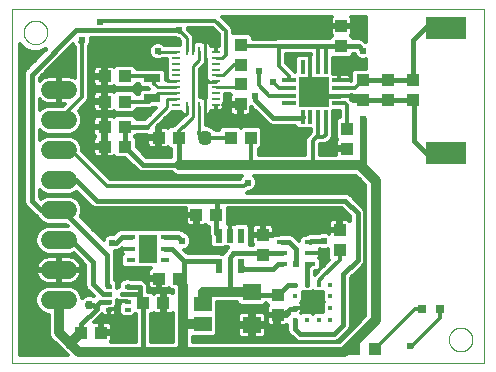
<source format=gtl>
G75*
%MOIN*%
%OFA0B0*%
%FSLAX25Y25*%
%IPPOS*%
%LPD*%
%AMOC8*
5,1,8,0,0,1.08239X$1,22.5*
%
%ADD10C,0.00000*%
%ADD11R,0.03937X0.04331*%
%ADD12R,0.02800X0.01600*%
%ADD13R,0.05900X0.09400*%
%ADD14R,0.04331X0.03937*%
%ADD15R,0.03543X0.01200*%
%ADD16R,0.01575X0.01575*%
%ADD17R,0.04724X0.01378*%
%ADD18R,0.09843X0.09843*%
%ADD19R,0.01378X0.04724*%
%ADD20R,0.13780X0.07480*%
%ADD21R,0.02657X0.00984*%
%ADD22R,0.00984X0.02657*%
%ADD23R,0.05512X0.02756*%
%ADD24C,0.05000*%
%ADD25R,0.06299X0.05512*%
%ADD26R,0.05906X0.05118*%
%ADD27R,0.02165X0.04724*%
%ADD28C,0.00276*%
%ADD29C,0.03000*%
%ADD30C,0.06000*%
%ADD31R,0.03150X0.03150*%
%ADD32C,0.02400*%
%ADD33C,0.01600*%
%ADD34C,0.01200*%
%ADD35C,0.01000*%
%ADD36C,0.00800*%
%ADD37C,0.03200*%
%ADD38C,0.02400*%
D10*
X0001600Y0001600D02*
X0001600Y0119710D01*
X0159080Y0119710D01*
X0159080Y0001600D01*
X0001600Y0001600D01*
X0005537Y0111836D02*
X0005539Y0111961D01*
X0005545Y0112086D01*
X0005555Y0112210D01*
X0005569Y0112334D01*
X0005586Y0112458D01*
X0005608Y0112581D01*
X0005634Y0112703D01*
X0005663Y0112825D01*
X0005696Y0112945D01*
X0005734Y0113064D01*
X0005774Y0113183D01*
X0005819Y0113299D01*
X0005867Y0113414D01*
X0005919Y0113528D01*
X0005975Y0113640D01*
X0006034Y0113750D01*
X0006096Y0113858D01*
X0006162Y0113965D01*
X0006231Y0114069D01*
X0006304Y0114170D01*
X0006379Y0114270D01*
X0006458Y0114367D01*
X0006540Y0114461D01*
X0006625Y0114553D01*
X0006712Y0114642D01*
X0006803Y0114728D01*
X0006896Y0114811D01*
X0006992Y0114892D01*
X0007090Y0114969D01*
X0007190Y0115043D01*
X0007293Y0115114D01*
X0007398Y0115181D01*
X0007506Y0115246D01*
X0007615Y0115306D01*
X0007726Y0115364D01*
X0007839Y0115417D01*
X0007953Y0115467D01*
X0008069Y0115514D01*
X0008186Y0115556D01*
X0008305Y0115595D01*
X0008425Y0115631D01*
X0008546Y0115662D01*
X0008668Y0115690D01*
X0008790Y0115713D01*
X0008914Y0115733D01*
X0009038Y0115749D01*
X0009162Y0115761D01*
X0009287Y0115769D01*
X0009412Y0115773D01*
X0009536Y0115773D01*
X0009661Y0115769D01*
X0009786Y0115761D01*
X0009910Y0115749D01*
X0010034Y0115733D01*
X0010158Y0115713D01*
X0010280Y0115690D01*
X0010402Y0115662D01*
X0010523Y0115631D01*
X0010643Y0115595D01*
X0010762Y0115556D01*
X0010879Y0115514D01*
X0010995Y0115467D01*
X0011109Y0115417D01*
X0011222Y0115364D01*
X0011333Y0115306D01*
X0011443Y0115246D01*
X0011550Y0115181D01*
X0011655Y0115114D01*
X0011758Y0115043D01*
X0011858Y0114969D01*
X0011956Y0114892D01*
X0012052Y0114811D01*
X0012145Y0114728D01*
X0012236Y0114642D01*
X0012323Y0114553D01*
X0012408Y0114461D01*
X0012490Y0114367D01*
X0012569Y0114270D01*
X0012644Y0114170D01*
X0012717Y0114069D01*
X0012786Y0113965D01*
X0012852Y0113858D01*
X0012914Y0113750D01*
X0012973Y0113640D01*
X0013029Y0113528D01*
X0013081Y0113414D01*
X0013129Y0113299D01*
X0013174Y0113183D01*
X0013214Y0113064D01*
X0013252Y0112945D01*
X0013285Y0112825D01*
X0013314Y0112703D01*
X0013340Y0112581D01*
X0013362Y0112458D01*
X0013379Y0112334D01*
X0013393Y0112210D01*
X0013403Y0112086D01*
X0013409Y0111961D01*
X0013411Y0111836D01*
X0013409Y0111711D01*
X0013403Y0111586D01*
X0013393Y0111462D01*
X0013379Y0111338D01*
X0013362Y0111214D01*
X0013340Y0111091D01*
X0013314Y0110969D01*
X0013285Y0110847D01*
X0013252Y0110727D01*
X0013214Y0110608D01*
X0013174Y0110489D01*
X0013129Y0110373D01*
X0013081Y0110258D01*
X0013029Y0110144D01*
X0012973Y0110032D01*
X0012914Y0109922D01*
X0012852Y0109814D01*
X0012786Y0109707D01*
X0012717Y0109603D01*
X0012644Y0109502D01*
X0012569Y0109402D01*
X0012490Y0109305D01*
X0012408Y0109211D01*
X0012323Y0109119D01*
X0012236Y0109030D01*
X0012145Y0108944D01*
X0012052Y0108861D01*
X0011956Y0108780D01*
X0011858Y0108703D01*
X0011758Y0108629D01*
X0011655Y0108558D01*
X0011550Y0108491D01*
X0011442Y0108426D01*
X0011333Y0108366D01*
X0011222Y0108308D01*
X0011109Y0108255D01*
X0010995Y0108205D01*
X0010879Y0108158D01*
X0010762Y0108116D01*
X0010643Y0108077D01*
X0010523Y0108041D01*
X0010402Y0108010D01*
X0010280Y0107982D01*
X0010158Y0107959D01*
X0010034Y0107939D01*
X0009910Y0107923D01*
X0009786Y0107911D01*
X0009661Y0107903D01*
X0009536Y0107899D01*
X0009412Y0107899D01*
X0009287Y0107903D01*
X0009162Y0107911D01*
X0009038Y0107923D01*
X0008914Y0107939D01*
X0008790Y0107959D01*
X0008668Y0107982D01*
X0008546Y0108010D01*
X0008425Y0108041D01*
X0008305Y0108077D01*
X0008186Y0108116D01*
X0008069Y0108158D01*
X0007953Y0108205D01*
X0007839Y0108255D01*
X0007726Y0108308D01*
X0007615Y0108366D01*
X0007505Y0108426D01*
X0007398Y0108491D01*
X0007293Y0108558D01*
X0007190Y0108629D01*
X0007090Y0108703D01*
X0006992Y0108780D01*
X0006896Y0108861D01*
X0006803Y0108944D01*
X0006712Y0109030D01*
X0006625Y0109119D01*
X0006540Y0109211D01*
X0006458Y0109305D01*
X0006379Y0109402D01*
X0006304Y0109502D01*
X0006231Y0109603D01*
X0006162Y0109707D01*
X0006096Y0109814D01*
X0006034Y0109922D01*
X0005975Y0110032D01*
X0005919Y0110144D01*
X0005867Y0110258D01*
X0005819Y0110373D01*
X0005774Y0110489D01*
X0005734Y0110608D01*
X0005696Y0110727D01*
X0005663Y0110847D01*
X0005634Y0110969D01*
X0005608Y0111091D01*
X0005586Y0111214D01*
X0005569Y0111338D01*
X0005555Y0111462D01*
X0005545Y0111586D01*
X0005539Y0111711D01*
X0005537Y0111836D01*
X0147269Y0009474D02*
X0147271Y0009599D01*
X0147277Y0009724D01*
X0147287Y0009848D01*
X0147301Y0009972D01*
X0147318Y0010096D01*
X0147340Y0010219D01*
X0147366Y0010341D01*
X0147395Y0010463D01*
X0147428Y0010583D01*
X0147466Y0010702D01*
X0147506Y0010821D01*
X0147551Y0010937D01*
X0147599Y0011052D01*
X0147651Y0011166D01*
X0147707Y0011278D01*
X0147766Y0011388D01*
X0147828Y0011496D01*
X0147894Y0011603D01*
X0147963Y0011707D01*
X0148036Y0011808D01*
X0148111Y0011908D01*
X0148190Y0012005D01*
X0148272Y0012099D01*
X0148357Y0012191D01*
X0148444Y0012280D01*
X0148535Y0012366D01*
X0148628Y0012449D01*
X0148724Y0012530D01*
X0148822Y0012607D01*
X0148922Y0012681D01*
X0149025Y0012752D01*
X0149130Y0012819D01*
X0149238Y0012884D01*
X0149347Y0012944D01*
X0149458Y0013002D01*
X0149571Y0013055D01*
X0149685Y0013105D01*
X0149801Y0013152D01*
X0149918Y0013194D01*
X0150037Y0013233D01*
X0150157Y0013269D01*
X0150278Y0013300D01*
X0150400Y0013328D01*
X0150522Y0013351D01*
X0150646Y0013371D01*
X0150770Y0013387D01*
X0150894Y0013399D01*
X0151019Y0013407D01*
X0151144Y0013411D01*
X0151268Y0013411D01*
X0151393Y0013407D01*
X0151518Y0013399D01*
X0151642Y0013387D01*
X0151766Y0013371D01*
X0151890Y0013351D01*
X0152012Y0013328D01*
X0152134Y0013300D01*
X0152255Y0013269D01*
X0152375Y0013233D01*
X0152494Y0013194D01*
X0152611Y0013152D01*
X0152727Y0013105D01*
X0152841Y0013055D01*
X0152954Y0013002D01*
X0153065Y0012944D01*
X0153175Y0012884D01*
X0153282Y0012819D01*
X0153387Y0012752D01*
X0153490Y0012681D01*
X0153590Y0012607D01*
X0153688Y0012530D01*
X0153784Y0012449D01*
X0153877Y0012366D01*
X0153968Y0012280D01*
X0154055Y0012191D01*
X0154140Y0012099D01*
X0154222Y0012005D01*
X0154301Y0011908D01*
X0154376Y0011808D01*
X0154449Y0011707D01*
X0154518Y0011603D01*
X0154584Y0011496D01*
X0154646Y0011388D01*
X0154705Y0011278D01*
X0154761Y0011166D01*
X0154813Y0011052D01*
X0154861Y0010937D01*
X0154906Y0010821D01*
X0154946Y0010702D01*
X0154984Y0010583D01*
X0155017Y0010463D01*
X0155046Y0010341D01*
X0155072Y0010219D01*
X0155094Y0010096D01*
X0155111Y0009972D01*
X0155125Y0009848D01*
X0155135Y0009724D01*
X0155141Y0009599D01*
X0155143Y0009474D01*
X0155141Y0009349D01*
X0155135Y0009224D01*
X0155125Y0009100D01*
X0155111Y0008976D01*
X0155094Y0008852D01*
X0155072Y0008729D01*
X0155046Y0008607D01*
X0155017Y0008485D01*
X0154984Y0008365D01*
X0154946Y0008246D01*
X0154906Y0008127D01*
X0154861Y0008011D01*
X0154813Y0007896D01*
X0154761Y0007782D01*
X0154705Y0007670D01*
X0154646Y0007560D01*
X0154584Y0007452D01*
X0154518Y0007345D01*
X0154449Y0007241D01*
X0154376Y0007140D01*
X0154301Y0007040D01*
X0154222Y0006943D01*
X0154140Y0006849D01*
X0154055Y0006757D01*
X0153968Y0006668D01*
X0153877Y0006582D01*
X0153784Y0006499D01*
X0153688Y0006418D01*
X0153590Y0006341D01*
X0153490Y0006267D01*
X0153387Y0006196D01*
X0153282Y0006129D01*
X0153174Y0006064D01*
X0153065Y0006004D01*
X0152954Y0005946D01*
X0152841Y0005893D01*
X0152727Y0005843D01*
X0152611Y0005796D01*
X0152494Y0005754D01*
X0152375Y0005715D01*
X0152255Y0005679D01*
X0152134Y0005648D01*
X0152012Y0005620D01*
X0151890Y0005597D01*
X0151766Y0005577D01*
X0151642Y0005561D01*
X0151518Y0005549D01*
X0151393Y0005541D01*
X0151268Y0005537D01*
X0151144Y0005537D01*
X0151019Y0005541D01*
X0150894Y0005549D01*
X0150770Y0005561D01*
X0150646Y0005577D01*
X0150522Y0005597D01*
X0150400Y0005620D01*
X0150278Y0005648D01*
X0150157Y0005679D01*
X0150037Y0005715D01*
X0149918Y0005754D01*
X0149801Y0005796D01*
X0149685Y0005843D01*
X0149571Y0005893D01*
X0149458Y0005946D01*
X0149347Y0006004D01*
X0149237Y0006064D01*
X0149130Y0006129D01*
X0149025Y0006196D01*
X0148922Y0006267D01*
X0148822Y0006341D01*
X0148724Y0006418D01*
X0148628Y0006499D01*
X0148535Y0006582D01*
X0148444Y0006668D01*
X0148357Y0006757D01*
X0148272Y0006849D01*
X0148190Y0006943D01*
X0148111Y0007040D01*
X0148036Y0007140D01*
X0147963Y0007241D01*
X0147894Y0007345D01*
X0147828Y0007452D01*
X0147766Y0007560D01*
X0147707Y0007670D01*
X0147651Y0007782D01*
X0147599Y0007896D01*
X0147551Y0008011D01*
X0147506Y0008127D01*
X0147466Y0008246D01*
X0147428Y0008365D01*
X0147395Y0008485D01*
X0147366Y0008607D01*
X0147340Y0008729D01*
X0147318Y0008852D01*
X0147301Y0008976D01*
X0147287Y0009100D01*
X0147277Y0009224D01*
X0147271Y0009349D01*
X0147269Y0009474D01*
D11*
X0122506Y0006305D03*
X0115813Y0006305D03*
X0090174Y0017643D03*
X0090174Y0024335D03*
X0085274Y0037643D03*
X0085274Y0044335D03*
X0069820Y0050989D03*
X0063128Y0050989D03*
X0074528Y0076789D03*
X0081220Y0076789D03*
X0077874Y0087843D03*
X0077874Y0094535D03*
X0111474Y0107231D03*
X0111474Y0113924D03*
X0127074Y0095924D03*
X0135474Y0095924D03*
X0135474Y0089231D03*
X0127074Y0089231D03*
X0113348Y0079798D03*
X0113348Y0073106D03*
X0110874Y0045935D03*
X0110874Y0039243D03*
D12*
X0052674Y0039789D03*
X0052674Y0035889D03*
X0052674Y0043689D03*
X0041274Y0043689D03*
X0041274Y0039789D03*
X0041274Y0035889D03*
D13*
X0046974Y0039789D03*
D14*
X0050728Y0029789D03*
X0057420Y0029789D03*
X0052120Y0021589D03*
X0045428Y0021589D03*
X0031320Y0011789D03*
X0024628Y0011789D03*
X0032528Y0073789D03*
X0039220Y0073789D03*
X0039220Y0080389D03*
X0032528Y0080389D03*
X0032528Y0088789D03*
X0039220Y0088789D03*
X0039220Y0097189D03*
X0032528Y0097189D03*
X0050528Y0076789D03*
X0057220Y0076789D03*
X0077874Y0101043D03*
X0077874Y0107735D03*
X0118674Y0095924D03*
X0118674Y0089231D03*
D15*
X0101046Y0041935D03*
X0101046Y0038194D03*
X0101046Y0034651D03*
X0091597Y0034651D03*
X0091597Y0038194D03*
X0091597Y0041935D03*
D16*
X0095969Y0027794D03*
X0095969Y0023857D03*
X0095969Y0019920D03*
X0095969Y0015983D03*
X0099906Y0015983D03*
X0103843Y0015983D03*
X0107780Y0015983D03*
X0107780Y0019920D03*
X0107780Y0023857D03*
X0107780Y0027794D03*
X0103843Y0027794D03*
X0099906Y0027794D03*
D17*
X0094101Y0088172D03*
X0094101Y0090731D03*
X0094101Y0093291D03*
X0094101Y0095850D03*
X0110636Y0095850D03*
X0110636Y0093291D03*
X0110636Y0090731D03*
X0110636Y0088172D03*
D18*
X0102369Y0092011D03*
D19*
X0103648Y0083743D03*
X0101089Y0083743D03*
X0098530Y0083743D03*
X0106207Y0083743D03*
X0106207Y0100279D03*
X0103648Y0100279D03*
X0101089Y0100279D03*
X0098530Y0100279D03*
D20*
X0146471Y0113444D03*
X0146471Y0071712D03*
D21*
X0069538Y0087639D03*
X0069538Y0089608D03*
X0069538Y0091576D03*
X0069538Y0093545D03*
X0069538Y0095513D03*
X0069538Y0097482D03*
X0069538Y0099450D03*
X0069538Y0101419D03*
X0069538Y0103387D03*
X0069538Y0105356D03*
X0056437Y0105356D03*
X0056437Y0103387D03*
X0056437Y0101419D03*
X0056437Y0099450D03*
X0056437Y0097482D03*
X0056437Y0095513D03*
X0056437Y0093545D03*
X0056437Y0091576D03*
X0056437Y0089608D03*
X0056437Y0087639D03*
D22*
X0060030Y0087196D03*
X0061998Y0087196D03*
X0063967Y0087196D03*
X0065935Y0087196D03*
X0065935Y0105799D03*
X0063967Y0105799D03*
X0061998Y0105799D03*
X0060030Y0105799D03*
D23*
X0048417Y0096518D03*
X0048417Y0089825D03*
D24*
X0065874Y0076789D03*
D25*
X0081674Y0025301D03*
X0081674Y0014277D03*
D26*
X0065274Y0014543D03*
X0065274Y0021235D03*
D27*
X0070534Y0033870D03*
X0078014Y0033870D03*
X0078014Y0044107D03*
X0074274Y0044107D03*
X0070534Y0044107D03*
D28*
X0041070Y0027779D02*
X0039378Y0027779D01*
X0041070Y0027779D02*
X0041070Y0026677D01*
X0039378Y0026677D01*
X0039378Y0027779D01*
X0039378Y0026952D02*
X0041070Y0026952D01*
X0041070Y0027227D02*
X0039378Y0027227D01*
X0039378Y0027502D02*
X0041070Y0027502D01*
X0041070Y0027777D02*
X0039378Y0027777D01*
X0039378Y0025220D02*
X0041070Y0025220D01*
X0041070Y0024118D01*
X0039378Y0024118D01*
X0039378Y0025220D01*
X0039378Y0024393D02*
X0041070Y0024393D01*
X0041070Y0024668D02*
X0039378Y0024668D01*
X0039378Y0024943D02*
X0041070Y0024943D01*
X0041070Y0025218D02*
X0039378Y0025218D01*
X0039378Y0022660D02*
X0041070Y0022660D01*
X0041070Y0021558D01*
X0039378Y0021558D01*
X0039378Y0022660D01*
X0039378Y0021833D02*
X0041070Y0021833D01*
X0041070Y0022108D02*
X0039378Y0022108D01*
X0039378Y0022383D02*
X0041070Y0022383D01*
X0041070Y0022658D02*
X0039378Y0022658D01*
X0039378Y0020101D02*
X0041070Y0020101D01*
X0041070Y0018999D01*
X0039378Y0018999D01*
X0039378Y0020101D01*
X0039378Y0019274D02*
X0041070Y0019274D01*
X0041070Y0019549D02*
X0039378Y0019549D01*
X0039378Y0019824D02*
X0041070Y0019824D01*
X0041070Y0020099D02*
X0039378Y0020099D01*
X0034770Y0020101D02*
X0033078Y0020101D01*
X0034770Y0020101D02*
X0034770Y0018999D01*
X0033078Y0018999D01*
X0033078Y0020101D01*
X0033078Y0019274D02*
X0034770Y0019274D01*
X0034770Y0019549D02*
X0033078Y0019549D01*
X0033078Y0019824D02*
X0034770Y0019824D01*
X0034770Y0020099D02*
X0033078Y0020099D01*
X0033078Y0022660D02*
X0034770Y0022660D01*
X0034770Y0021558D01*
X0033078Y0021558D01*
X0033078Y0022660D01*
X0033078Y0021833D02*
X0034770Y0021833D01*
X0034770Y0022108D02*
X0033078Y0022108D01*
X0033078Y0022383D02*
X0034770Y0022383D01*
X0034770Y0022658D02*
X0033078Y0022658D01*
X0033078Y0025220D02*
X0034770Y0025220D01*
X0034770Y0024118D01*
X0033078Y0024118D01*
X0033078Y0025220D01*
X0033078Y0024393D02*
X0034770Y0024393D01*
X0034770Y0024668D02*
X0033078Y0024668D01*
X0033078Y0024943D02*
X0034770Y0024943D01*
X0034770Y0025218D02*
X0033078Y0025218D01*
X0033078Y0027779D02*
X0034770Y0027779D01*
X0034770Y0026677D01*
X0033078Y0026677D01*
X0033078Y0027779D01*
X0033078Y0026952D02*
X0034770Y0026952D01*
X0034770Y0027227D02*
X0033078Y0027227D01*
X0033078Y0027502D02*
X0034770Y0027502D01*
X0034770Y0027777D02*
X0033078Y0027777D01*
D29*
X0027474Y0020989D03*
D30*
X0020274Y0022589D02*
X0014274Y0022589D01*
X0014274Y0032589D02*
X0020274Y0032589D01*
X0020274Y0042589D02*
X0014274Y0042589D01*
X0014274Y0052589D02*
X0020274Y0052589D01*
X0020274Y0062589D02*
X0014274Y0062589D01*
X0014274Y0072589D02*
X0020274Y0072589D01*
X0020274Y0082589D02*
X0014274Y0082589D01*
X0014274Y0092589D02*
X0020274Y0092589D01*
D31*
X0138421Y0019789D03*
X0144327Y0019789D03*
D32*
X0134374Y0007289D03*
X0116974Y0019789D03*
X0116974Y0029789D03*
X0106074Y0036589D03*
X0105574Y0042289D03*
X0096474Y0034789D03*
X0094274Y0049789D03*
X0085274Y0049789D03*
X0094474Y0060389D03*
X0106974Y0060389D03*
X0116974Y0059789D03*
X0104874Y0049789D03*
X0080274Y0061789D03*
X0089474Y0074789D03*
X0096974Y0074789D03*
X0106974Y0072989D03*
X0118674Y0082978D03*
X0112174Y0101478D03*
X0118674Y0105778D03*
X0116974Y0114789D03*
X0099474Y0114789D03*
X0089474Y0114789D03*
X0079474Y0114789D03*
X0068674Y0109389D03*
X0057474Y0112489D03*
X0050274Y0105589D03*
X0039974Y0106689D03*
X0031574Y0106689D03*
X0025074Y0109189D03*
X0020374Y0104889D03*
X0006674Y0102289D03*
X0028074Y0092889D03*
X0028074Y0084589D03*
X0028174Y0076689D03*
X0036974Y0067289D03*
X0045474Y0076689D03*
X0043674Y0093589D03*
X0065274Y0095389D03*
X0082674Y0090589D03*
X0088674Y0095389D03*
X0083874Y0098989D03*
X0094374Y0103278D03*
X0031074Y0115189D03*
X0041974Y0052189D03*
X0035024Y0041739D03*
X0037474Y0030889D03*
X0044674Y0030889D03*
X0058474Y0042289D03*
X0061774Y0038989D03*
X0056974Y0052189D03*
X0053474Y0015889D03*
X0041474Y0015889D03*
X0036674Y0011089D03*
X0007874Y0013489D03*
X0007874Y0007489D03*
X0073874Y0013789D03*
X0089274Y0012289D03*
D33*
X0089274Y0017289D01*
X0090174Y0017643D01*
X0092128Y0017643D01*
X0094274Y0019789D01*
X0095837Y0019789D01*
X0095969Y0019920D01*
X0095969Y0015983D02*
X0095969Y0013094D01*
X0097674Y0011389D01*
X0109074Y0011389D01*
X0110874Y0013189D01*
X0112074Y0014389D01*
X0112074Y0031189D01*
X0116874Y0035989D01*
X0116874Y0051589D01*
X0112674Y0055789D01*
X0099474Y0055789D01*
X0074274Y0055789D01*
X0070074Y0055789D01*
X0070074Y0051243D01*
X0069820Y0050989D01*
X0069820Y0045101D01*
X0070674Y0044248D01*
X0070534Y0044107D01*
X0069474Y0050043D02*
X0069820Y0050989D01*
X0070074Y0055789D02*
X0069474Y0055789D01*
X0040474Y0055789D01*
X0029874Y0055789D01*
X0022882Y0062781D01*
X0017466Y0062781D01*
X0017439Y0062779D01*
X0017412Y0062773D01*
X0017386Y0062764D01*
X0017362Y0062751D01*
X0017340Y0062734D01*
X0017321Y0062715D01*
X0017304Y0062693D01*
X0017291Y0062669D01*
X0017282Y0062643D01*
X0017276Y0062616D01*
X0017274Y0062589D01*
X0008274Y0055789D02*
X0008274Y0097789D01*
X0022974Y0112489D01*
X0057474Y0112489D01*
X0057174Y0112189D01*
X0050507Y0105356D02*
X0050274Y0105589D01*
X0082674Y0090589D02*
X0082674Y0089389D01*
X0088674Y0083389D01*
X0098176Y0083389D01*
X0098530Y0083743D01*
X0104274Y0090589D02*
X0102852Y0092011D01*
X0102369Y0092011D01*
X0104274Y0090589D02*
X0110494Y0090589D01*
X0110636Y0090731D01*
X0118674Y0089231D02*
X0127074Y0089231D01*
X0135474Y0089231D01*
X0135574Y0089131D01*
X0135574Y0075678D01*
X0139540Y0071712D01*
X0146471Y0071712D01*
X0135474Y0089231D02*
X0127074Y0089231D01*
X0127074Y0095924D02*
X0118674Y0095924D01*
X0127074Y0095924D02*
X0135474Y0095924D01*
X0135474Y0109378D01*
X0141474Y0115378D01*
X0144537Y0115378D01*
X0146471Y0113444D01*
X0135474Y0095924D02*
X0127074Y0095924D01*
X0118674Y0105778D02*
X0117220Y0107231D01*
X0111474Y0107231D01*
X0111317Y0107389D01*
X0106674Y0107389D01*
X0103648Y0107389D01*
X0090574Y0107389D01*
X0057220Y0076789D02*
X0057220Y0067743D01*
X0057474Y0067489D01*
X0057474Y0067789D01*
X0045474Y0067789D01*
X0043074Y0069935D01*
X0039220Y0073789D01*
X0039220Y0080389D01*
X0046674Y0080389D01*
X0039220Y0073789D02*
X0038874Y0073443D01*
X0021282Y0072781D02*
X0021090Y0072589D01*
X0017274Y0072589D01*
X0008274Y0055789D02*
X0011282Y0052781D01*
X0017082Y0052781D01*
X0017109Y0052779D01*
X0017136Y0052773D01*
X0017162Y0052764D01*
X0017186Y0052751D01*
X0017208Y0052734D01*
X0017227Y0052715D01*
X0017244Y0052693D01*
X0017257Y0052669D01*
X0017266Y0052643D01*
X0017272Y0052616D01*
X0017274Y0052589D01*
X0018482Y0052781D02*
X0033474Y0037789D01*
X0033474Y0030889D01*
X0033474Y0027678D01*
X0033924Y0027228D01*
X0033924Y0024669D02*
X0031898Y0024669D01*
X0028674Y0027892D01*
X0028674Y0035389D01*
X0021282Y0042781D01*
X0035024Y0041739D02*
X0036424Y0041739D01*
X0038374Y0043689D01*
X0041274Y0043689D01*
X0052674Y0043689D02*
X0057074Y0043689D01*
X0058474Y0042289D01*
X0054871Y0039789D02*
X0052674Y0039789D01*
X0054871Y0039789D02*
X0059113Y0035547D01*
X0059113Y0027874D01*
X0058628Y0027389D01*
X0059113Y0035547D02*
X0070657Y0035547D01*
X0070534Y0033870D01*
X0074274Y0036589D02*
X0074274Y0025301D01*
X0081474Y0025501D02*
X0081674Y0025301D01*
X0081674Y0024335D01*
X0090174Y0024335D01*
X0093633Y0027794D01*
X0095969Y0027794D01*
X0099906Y0027794D02*
X0099906Y0033511D01*
X0101046Y0034651D01*
X0096474Y0034789D02*
X0096474Y0039589D01*
X0094128Y0041935D01*
X0091597Y0041935D01*
X0091597Y0038194D02*
X0085826Y0038194D01*
X0085274Y0037643D01*
X0085128Y0038389D01*
X0075474Y0038389D01*
X0074274Y0036589D01*
X0078014Y0033870D02*
X0078896Y0032989D01*
X0088674Y0032989D01*
X0090336Y0034651D01*
X0091597Y0034651D01*
X0101046Y0041935D02*
X0101400Y0042289D01*
X0105574Y0042289D01*
X0110874Y0039243D02*
X0110874Y0038389D01*
X0085274Y0044335D02*
X0085274Y0049789D01*
X0044274Y0026989D02*
X0044274Y0024589D01*
X0044194Y0024669D01*
X0040224Y0024669D01*
X0038354Y0024669D01*
X0040462Y0026989D02*
X0044274Y0026989D01*
X0044274Y0024589D02*
X0044274Y0022743D01*
X0045428Y0021589D01*
X0045474Y0021543D01*
X0045474Y0016189D01*
X0045474Y0013789D01*
X0045474Y0005389D01*
X0029874Y0019789D02*
X0024628Y0014543D01*
X0024628Y0011789D01*
X0029874Y0019789D02*
X0028674Y0020989D01*
X0027474Y0020989D01*
X0029874Y0020989D02*
X0029874Y0019789D01*
X0029874Y0020989D02*
X0030994Y0022109D01*
X0033924Y0022109D01*
X0040224Y0027228D02*
X0040462Y0026989D01*
X0111974Y0005389D02*
X0114897Y0005389D01*
X0115813Y0006305D01*
X0134374Y0007289D02*
X0134827Y0007289D01*
D34*
X0134374Y0007289D02*
X0134874Y0007789D01*
X0135474Y0007789D01*
X0144327Y0016642D01*
X0144327Y0019789D01*
X0138421Y0019789D02*
X0135990Y0019789D01*
X0122506Y0006305D01*
X0114737Y0012561D02*
X0113923Y0012561D01*
X0114278Y0012916D02*
X0114674Y0013872D01*
X0114674Y0030112D01*
X0118347Y0033785D01*
X0119078Y0034516D01*
X0119474Y0035472D01*
X0119474Y0052106D01*
X0119078Y0053062D01*
X0118347Y0053793D01*
X0118347Y0053793D01*
X0114878Y0057262D01*
X0114147Y0057993D01*
X0113191Y0058389D01*
X0080034Y0058389D01*
X0080434Y0058554D01*
X0080668Y0058789D01*
X0080871Y0058789D01*
X0081973Y0059246D01*
X0082817Y0060090D01*
X0083274Y0061192D01*
X0083274Y0062386D01*
X0082817Y0063488D01*
X0082217Y0064089D01*
X0116366Y0064089D01*
X0116748Y0063707D01*
X0119474Y0060981D01*
X0119474Y0017297D01*
X0110966Y0008789D01*
X0062028Y0008789D01*
X0062028Y0010183D01*
X0068972Y0010183D01*
X0070027Y0011238D01*
X0070027Y0017847D01*
X0069985Y0017889D01*
X0070027Y0017931D01*
X0070027Y0021901D01*
X0076724Y0021901D01*
X0076724Y0021799D01*
X0077779Y0020745D01*
X0085569Y0020745D01*
X0086406Y0021581D01*
X0086406Y0021424D01*
X0086982Y0020848D01*
X0086925Y0020790D01*
X0086715Y0020425D01*
X0086606Y0020019D01*
X0086606Y0018027D01*
X0089790Y0018027D01*
X0089790Y0017258D01*
X0090558Y0017258D01*
X0090558Y0013877D01*
X0092353Y0013877D01*
X0092760Y0013986D01*
X0093125Y0014197D01*
X0093369Y0014440D01*
X0093369Y0012577D01*
X0093764Y0011622D01*
X0095470Y0009916D01*
X0096201Y0009185D01*
X0097157Y0008789D01*
X0109591Y0008789D01*
X0110547Y0009185D01*
X0112347Y0010985D01*
X0113547Y0012185D01*
X0114278Y0012916D01*
X0114627Y0013759D02*
X0115936Y0013759D01*
X0117134Y0014958D02*
X0114674Y0014958D01*
X0114674Y0016156D02*
X0118333Y0016156D01*
X0119474Y0017355D02*
X0114674Y0017355D01*
X0114674Y0018553D02*
X0119474Y0018553D01*
X0119474Y0019752D02*
X0114674Y0019752D01*
X0114674Y0020950D02*
X0119474Y0020950D01*
X0119474Y0022149D02*
X0114674Y0022149D01*
X0114674Y0023347D02*
X0119474Y0023347D01*
X0119474Y0024546D02*
X0114674Y0024546D01*
X0114674Y0025744D02*
X0119474Y0025744D01*
X0119474Y0026943D02*
X0114674Y0026943D01*
X0114674Y0028141D02*
X0119474Y0028141D01*
X0119474Y0029340D02*
X0114674Y0029340D01*
X0115100Y0030538D02*
X0119474Y0030538D01*
X0119474Y0031737D02*
X0116299Y0031737D01*
X0117497Y0032935D02*
X0119474Y0032935D01*
X0119474Y0034134D02*
X0118696Y0034134D01*
X0119416Y0035332D02*
X0119474Y0035332D01*
X0119474Y0036531D02*
X0119474Y0036531D01*
X0119474Y0037729D02*
X0119474Y0037729D01*
X0119474Y0038928D02*
X0119474Y0038928D01*
X0119474Y0040126D02*
X0119474Y0040126D01*
X0119474Y0041325D02*
X0119474Y0041325D01*
X0119474Y0042523D02*
X0119474Y0042523D01*
X0119474Y0043722D02*
X0119474Y0043722D01*
X0119474Y0044920D02*
X0119474Y0044920D01*
X0119474Y0046119D02*
X0119474Y0046119D01*
X0119474Y0047318D02*
X0119474Y0047318D01*
X0119474Y0048516D02*
X0119474Y0048516D01*
X0119474Y0049715D02*
X0119474Y0049715D01*
X0119474Y0050913D02*
X0119474Y0050913D01*
X0119472Y0052112D02*
X0119474Y0052112D01*
X0119474Y0053310D02*
X0118830Y0053310D01*
X0119474Y0054509D02*
X0117631Y0054509D01*
X0116433Y0055707D02*
X0119474Y0055707D01*
X0119474Y0056906D02*
X0115234Y0056906D01*
X0114878Y0057262D02*
X0114878Y0057262D01*
X0113879Y0058104D02*
X0119474Y0058104D01*
X0119474Y0059303D02*
X0082030Y0059303D01*
X0082988Y0060501D02*
X0119474Y0060501D01*
X0118755Y0061700D02*
X0083274Y0061700D01*
X0083062Y0062898D02*
X0117556Y0062898D01*
X0113874Y0067489D02*
X0101874Y0067489D01*
X0101874Y0075778D01*
X0103074Y0076978D01*
X0103648Y0077552D01*
X0103648Y0083743D01*
X0106207Y0083743D02*
X0106207Y0077711D01*
X0105474Y0076978D01*
X0103074Y0076978D01*
X0101248Y0078546D02*
X0101248Y0079581D01*
X0097095Y0079581D01*
X0096041Y0080636D01*
X0096041Y0080789D01*
X0088157Y0080789D01*
X0087201Y0081185D01*
X0081443Y0086944D01*
X0081443Y0085467D01*
X0081333Y0085060D01*
X0081123Y0084695D01*
X0080825Y0084397D01*
X0080460Y0084186D01*
X0080053Y0084077D01*
X0078258Y0084077D01*
X0078258Y0087458D01*
X0077490Y0087458D01*
X0077490Y0084077D01*
X0075695Y0084077D01*
X0075288Y0084186D01*
X0074923Y0084397D01*
X0074625Y0084695D01*
X0074415Y0085060D01*
X0074306Y0085467D01*
X0074306Y0087458D01*
X0077490Y0087458D01*
X0077490Y0088227D01*
X0074306Y0088227D01*
X0074306Y0090219D01*
X0074415Y0090625D01*
X0074625Y0090990D01*
X0074682Y0091048D01*
X0074485Y0091245D01*
X0072667Y0091245D01*
X0072667Y0088370D01*
X0072467Y0088170D01*
X0072467Y0087639D01*
X0071936Y0087639D01*
X0071936Y0087639D01*
X0072467Y0087639D01*
X0072467Y0086937D01*
X0072357Y0086530D01*
X0072147Y0086165D01*
X0071849Y0085867D01*
X0071484Y0085656D01*
X0071077Y0085547D01*
X0069538Y0085547D01*
X0069538Y0087316D01*
X0069538Y0087316D01*
X0069538Y0085547D01*
X0067998Y0085547D01*
X0067998Y0085547D01*
X0067919Y0085250D01*
X0067708Y0084885D01*
X0067410Y0084587D01*
X0067045Y0084377D01*
X0066638Y0084268D01*
X0066267Y0084268D01*
X0066267Y0081089D01*
X0066729Y0081089D01*
X0068310Y0080434D01*
X0069519Y0079225D01*
X0069534Y0079189D01*
X0070759Y0079189D01*
X0070759Y0079700D01*
X0071813Y0080754D01*
X0077242Y0080754D01*
X0077874Y0080122D01*
X0078506Y0080754D01*
X0083935Y0080754D01*
X0084989Y0079700D01*
X0084989Y0073878D01*
X0083935Y0072824D01*
X0083874Y0072824D01*
X0083874Y0070889D01*
X0099474Y0070889D01*
X0099474Y0076255D01*
X0099839Y0077137D01*
X0101248Y0078546D01*
X0101181Y0078479D02*
X0084989Y0078479D01*
X0084989Y0079677D02*
X0096999Y0079677D01*
X0099982Y0077280D02*
X0084989Y0077280D01*
X0084989Y0076082D02*
X0099474Y0076082D01*
X0099474Y0074883D02*
X0084989Y0074883D01*
X0084796Y0073685D02*
X0099474Y0073685D01*
X0099474Y0072486D02*
X0083874Y0072486D01*
X0083874Y0071288D02*
X0099474Y0071288D01*
X0099474Y0067489D02*
X0101874Y0067489D01*
X0104274Y0070889D02*
X0104274Y0074578D01*
X0105951Y0074578D01*
X0106834Y0074943D01*
X0107509Y0075618D01*
X0108242Y0076352D01*
X0108607Y0077234D01*
X0108607Y0080547D01*
X0108696Y0080636D01*
X0108696Y0085683D01*
X0110948Y0085683D01*
X0110948Y0083764D01*
X0110634Y0083764D01*
X0109580Y0082709D01*
X0109580Y0076887D01*
X0110156Y0076311D01*
X0110099Y0076253D01*
X0109889Y0075888D01*
X0109780Y0075482D01*
X0109780Y0073490D01*
X0112964Y0073490D01*
X0112964Y0072721D01*
X0109780Y0072721D01*
X0109780Y0070889D01*
X0104274Y0070889D01*
X0104274Y0071288D02*
X0109780Y0071288D01*
X0109780Y0072486D02*
X0104274Y0072486D01*
X0104274Y0073685D02*
X0109780Y0073685D01*
X0109780Y0074883D02*
X0106689Y0074883D01*
X0107972Y0076082D02*
X0110000Y0076082D01*
X0109580Y0077280D02*
X0108607Y0077280D01*
X0108607Y0078479D02*
X0109580Y0078479D01*
X0109580Y0079677D02*
X0108607Y0079677D01*
X0108696Y0080876D02*
X0109580Y0080876D01*
X0109580Y0082074D02*
X0108696Y0082074D01*
X0108696Y0083273D02*
X0110143Y0083273D01*
X0110948Y0084471D02*
X0108696Y0084471D01*
X0108696Y0085670D02*
X0110948Y0085670D01*
X0110636Y0088172D02*
X0112674Y0088172D01*
X0113348Y0087498D01*
X0113348Y0079798D01*
X0115387Y0088847D02*
X0115383Y0088858D01*
X0114798Y0089442D01*
X0114798Y0089607D01*
X0114593Y0089812D01*
X0114598Y0089832D01*
X0114598Y0090731D01*
X0110636Y0090731D01*
X0117174Y0090731D01*
X0118674Y0089231D01*
X0118290Y0089265D02*
X0114975Y0089265D01*
X0114909Y0089616D02*
X0118290Y0089616D01*
X0118290Y0088847D01*
X0115387Y0088847D01*
X0114909Y0089616D02*
X0114909Y0090891D01*
X0114598Y0090891D01*
X0114598Y0090732D01*
X0110636Y0090732D01*
X0110636Y0090731D01*
X0110636Y0093291D02*
X0116040Y0093291D01*
X0118674Y0095924D01*
X0114709Y0095691D02*
X0114709Y0098638D01*
X0115763Y0099693D01*
X0119710Y0099693D01*
X0119710Y0102960D01*
X0119271Y0102778D01*
X0118077Y0102778D01*
X0116975Y0103235D01*
X0116131Y0104079D01*
X0115902Y0104631D01*
X0115243Y0104631D01*
X0115243Y0104321D01*
X0114188Y0103266D01*
X0108760Y0103266D01*
X0108696Y0103330D01*
X0108696Y0098139D01*
X0110636Y0098139D01*
X0110636Y0095850D01*
X0110636Y0095850D01*
X0110636Y0098139D01*
X0113209Y0098139D01*
X0113616Y0098030D01*
X0113981Y0097819D01*
X0114279Y0097521D01*
X0114489Y0097156D01*
X0114598Y0096749D01*
X0114598Y0095850D01*
X0110636Y0095850D01*
X0110636Y0095850D01*
X0114598Y0095850D01*
X0114598Y0095691D01*
X0114709Y0095691D01*
X0114709Y0096456D02*
X0114598Y0096456D01*
X0114709Y0097655D02*
X0114145Y0097655D01*
X0114924Y0098854D02*
X0108696Y0098854D01*
X0108696Y0100052D02*
X0119710Y0100052D01*
X0119710Y0101251D02*
X0108696Y0101251D01*
X0108696Y0102449D02*
X0119710Y0102449D01*
X0116562Y0103648D02*
X0114570Y0103648D01*
X0119408Y0108721D02*
X0118693Y0109436D01*
X0117738Y0109831D01*
X0115243Y0109831D01*
X0115243Y0110142D01*
X0114666Y0110719D01*
X0114723Y0110777D01*
X0114933Y0111141D01*
X0115043Y0111548D01*
X0115043Y0113540D01*
X0111858Y0113540D01*
X0111858Y0114309D01*
X0115043Y0114309D01*
X0115043Y0116300D01*
X0114933Y0116707D01*
X0114723Y0117072D01*
X0114685Y0117110D01*
X0119710Y0117110D01*
X0119710Y0108596D01*
X0119408Y0108721D01*
X0119710Y0109640D02*
X0118200Y0109640D01*
X0119710Y0110839D02*
X0114759Y0110839D01*
X0115043Y0112037D02*
X0119710Y0112037D01*
X0119710Y0113236D02*
X0115043Y0113236D01*
X0115043Y0114434D02*
X0119710Y0114434D01*
X0119710Y0115633D02*
X0115043Y0115633D01*
X0114862Y0116831D02*
X0119710Y0116831D01*
X0111090Y0114309D02*
X0111090Y0113540D01*
X0107906Y0113540D01*
X0107906Y0111548D01*
X0108015Y0111141D01*
X0108225Y0110777D01*
X0108282Y0110719D01*
X0107706Y0110142D01*
X0107706Y0109989D01*
X0090057Y0109989D01*
X0089574Y0109789D01*
X0081839Y0109789D01*
X0081839Y0110450D01*
X0080785Y0111504D01*
X0075474Y0111504D01*
X0075474Y0112666D01*
X0075109Y0113548D01*
X0071547Y0117110D01*
X0108263Y0117110D01*
X0108225Y0117072D01*
X0108015Y0116707D01*
X0107906Y0116300D01*
X0107906Y0114309D01*
X0111090Y0114309D01*
X0107906Y0114434D02*
X0074223Y0114434D01*
X0075238Y0113236D02*
X0107906Y0113236D01*
X0107906Y0112037D02*
X0075474Y0112037D01*
X0073074Y0112189D02*
X0069474Y0115789D01*
X0031674Y0115789D01*
X0031074Y0115189D01*
X0028031Y0109889D02*
X0055912Y0109889D01*
X0056877Y0109489D01*
X0057221Y0109489D01*
X0057730Y0108980D01*
X0057730Y0107648D01*
X0057398Y0107648D01*
X0057390Y0107656D01*
X0052450Y0107656D01*
X0051973Y0108132D01*
X0050871Y0108589D01*
X0049677Y0108589D01*
X0048575Y0108132D01*
X0047731Y0107288D01*
X0047274Y0106186D01*
X0047274Y0104992D01*
X0047731Y0103890D01*
X0048575Y0103046D01*
X0049677Y0102589D01*
X0050871Y0102589D01*
X0051973Y0103046D01*
X0051984Y0103056D01*
X0053309Y0103056D01*
X0053309Y0096244D01*
X0053509Y0096044D01*
X0053509Y0095845D01*
X0052973Y0095845D01*
X0052973Y0098642D01*
X0051919Y0099696D01*
X0044916Y0099696D01*
X0044809Y0099589D01*
X0043186Y0099589D01*
X0043186Y0099903D01*
X0042131Y0100957D01*
X0036310Y0100957D01*
X0035733Y0100381D01*
X0035675Y0100438D01*
X0035310Y0100648D01*
X0034904Y0100757D01*
X0032912Y0100757D01*
X0032912Y0097573D01*
X0032143Y0097573D01*
X0032143Y0096805D01*
X0028762Y0096805D01*
X0028762Y0095010D01*
X0028871Y0094603D01*
X0029082Y0094238D01*
X0029380Y0093940D01*
X0029745Y0093730D01*
X0030152Y0093620D01*
X0032143Y0093620D01*
X0032143Y0096805D01*
X0032912Y0096805D01*
X0032912Y0093620D01*
X0034904Y0093620D01*
X0035310Y0093730D01*
X0035675Y0093940D01*
X0035733Y0093997D01*
X0036310Y0093420D01*
X0042131Y0093420D01*
X0043186Y0094475D01*
X0043186Y0094789D01*
X0043861Y0094789D01*
X0043861Y0094395D01*
X0044916Y0093340D01*
X0047129Y0093340D01*
X0047466Y0093003D01*
X0044916Y0093003D01*
X0043861Y0091949D01*
X0043861Y0091189D01*
X0043186Y0091189D01*
X0043186Y0091503D01*
X0042131Y0092557D01*
X0036310Y0092557D01*
X0035733Y0091981D01*
X0035675Y0092038D01*
X0035310Y0092248D01*
X0034904Y0092357D01*
X0032912Y0092357D01*
X0032912Y0089173D01*
X0032143Y0089173D01*
X0032143Y0088405D01*
X0028762Y0088405D01*
X0028762Y0086610D01*
X0028871Y0086203D01*
X0029082Y0085838D01*
X0029380Y0085540D01*
X0029745Y0085330D01*
X0030152Y0085220D01*
X0032143Y0085220D01*
X0032143Y0088405D01*
X0032912Y0088405D01*
X0032912Y0085220D01*
X0034904Y0085220D01*
X0035310Y0085330D01*
X0035675Y0085540D01*
X0035733Y0085597D01*
X0036310Y0085020D01*
X0042131Y0085020D01*
X0043186Y0086075D01*
X0043186Y0086389D01*
X0047858Y0086389D01*
X0048482Y0086647D01*
X0049680Y0086647D01*
X0046021Y0082989D01*
X0043186Y0082989D01*
X0043186Y0083103D01*
X0042131Y0084157D01*
X0036310Y0084157D01*
X0035733Y0083581D01*
X0035675Y0083638D01*
X0035310Y0083848D01*
X0034904Y0083957D01*
X0032912Y0083957D01*
X0032912Y0080773D01*
X0032143Y0080773D01*
X0032143Y0080005D01*
X0028762Y0080005D01*
X0028762Y0078210D01*
X0028871Y0077803D01*
X0029082Y0077438D01*
X0029380Y0077140D01*
X0029468Y0077089D01*
X0029380Y0077038D01*
X0029082Y0076740D01*
X0028871Y0076375D01*
X0028762Y0075968D01*
X0028762Y0074173D01*
X0032143Y0074173D01*
X0032143Y0073405D01*
X0028762Y0073405D01*
X0028762Y0071610D01*
X0028871Y0071203D01*
X0029082Y0070838D01*
X0029380Y0070540D01*
X0029745Y0070330D01*
X0030152Y0070220D01*
X0032143Y0070220D01*
X0032143Y0073405D01*
X0032912Y0073405D01*
X0032912Y0070220D01*
X0034904Y0070220D01*
X0035310Y0070330D01*
X0035675Y0070540D01*
X0035733Y0070597D01*
X0036310Y0070020D01*
X0039312Y0070020D01*
X0040923Y0068410D01*
X0040955Y0068342D01*
X0041287Y0068046D01*
X0041601Y0067731D01*
X0041670Y0067703D01*
X0043687Y0065899D01*
X0044001Y0065585D01*
X0044070Y0065556D01*
X0044126Y0065506D01*
X0044546Y0065359D01*
X0044957Y0065189D01*
X0045032Y0065189D01*
X0045102Y0065164D01*
X0045547Y0065189D01*
X0054966Y0065189D01*
X0055548Y0064607D01*
X0056798Y0064089D01*
X0078331Y0064089D01*
X0077731Y0063488D01*
X0077524Y0062989D01*
X0034468Y0062989D01*
X0025074Y0072383D01*
X0025074Y0073544D01*
X0024343Y0075308D01*
X0022993Y0076658D01*
X0021229Y0077389D01*
X0013319Y0077389D01*
X0011555Y0076658D01*
X0010874Y0075977D01*
X0010874Y0079201D01*
X0011555Y0078520D01*
X0013319Y0077789D01*
X0021229Y0077789D01*
X0022993Y0078520D01*
X0024343Y0079870D01*
X0025074Y0081634D01*
X0025074Y0083544D01*
X0024343Y0085308D01*
X0023865Y0085786D01*
X0027109Y0089029D01*
X0027474Y0089912D01*
X0027474Y0107346D01*
X0027617Y0107490D01*
X0028074Y0108592D01*
X0028074Y0109786D01*
X0028031Y0109889D01*
X0028074Y0109640D02*
X0056512Y0109640D01*
X0057730Y0108442D02*
X0051227Y0108442D01*
X0049321Y0108442D02*
X0028012Y0108442D01*
X0027474Y0107243D02*
X0047712Y0107243D01*
X0047274Y0106045D02*
X0027474Y0106045D01*
X0027474Y0104846D02*
X0047335Y0104846D01*
X0047973Y0103648D02*
X0027474Y0103648D01*
X0027474Y0102449D02*
X0053309Y0102449D01*
X0053309Y0101251D02*
X0027474Y0101251D01*
X0027474Y0100052D02*
X0029031Y0100052D01*
X0029082Y0100140D02*
X0028871Y0099775D01*
X0028762Y0099368D01*
X0028762Y0097573D01*
X0032143Y0097573D01*
X0032143Y0100757D01*
X0030152Y0100757D01*
X0029745Y0100648D01*
X0029380Y0100438D01*
X0029082Y0100140D01*
X0028762Y0098854D02*
X0027474Y0098854D01*
X0027474Y0097655D02*
X0028762Y0097655D01*
X0028762Y0096456D02*
X0027474Y0096456D01*
X0027474Y0095258D02*
X0028762Y0095258D01*
X0029260Y0094059D02*
X0027474Y0094059D01*
X0027474Y0092861D02*
X0044774Y0092861D01*
X0044197Y0094059D02*
X0042770Y0094059D01*
X0043026Y0091662D02*
X0043861Y0091662D01*
X0047381Y0088789D02*
X0039220Y0088789D01*
X0042781Y0085670D02*
X0048702Y0085670D01*
X0047504Y0084471D02*
X0024690Y0084471D01*
X0025074Y0083273D02*
X0029043Y0083273D01*
X0029082Y0083340D02*
X0028871Y0082975D01*
X0028762Y0082568D01*
X0028762Y0080773D01*
X0032143Y0080773D01*
X0032143Y0083957D01*
X0030152Y0083957D01*
X0029745Y0083848D01*
X0029380Y0083638D01*
X0029082Y0083340D01*
X0028762Y0082074D02*
X0025074Y0082074D01*
X0024760Y0080876D02*
X0028762Y0080876D01*
X0028762Y0079677D02*
X0024151Y0079677D01*
X0022894Y0078479D02*
X0028762Y0078479D01*
X0029240Y0077280D02*
X0021491Y0077280D01*
X0023569Y0076082D02*
X0028793Y0076082D01*
X0028762Y0074883D02*
X0024519Y0074883D01*
X0025016Y0073685D02*
X0032143Y0073685D01*
X0032143Y0074173D02*
X0032143Y0080005D01*
X0032912Y0080005D01*
X0032912Y0077357D01*
X0032912Y0074173D01*
X0032143Y0074173D01*
X0032143Y0074883D02*
X0032912Y0074883D01*
X0032912Y0076082D02*
X0032143Y0076082D01*
X0032143Y0077280D02*
X0032912Y0077280D01*
X0032912Y0078479D02*
X0032143Y0078479D01*
X0032143Y0079677D02*
X0032912Y0079677D01*
X0032912Y0080876D02*
X0032143Y0080876D01*
X0032143Y0082074D02*
X0032912Y0082074D01*
X0032912Y0083273D02*
X0032143Y0083273D01*
X0032143Y0085670D02*
X0032912Y0085670D01*
X0032912Y0086868D02*
X0032143Y0086868D01*
X0032143Y0088067D02*
X0032912Y0088067D01*
X0032912Y0089265D02*
X0032143Y0089265D01*
X0032143Y0089173D02*
X0032143Y0092357D01*
X0030152Y0092357D01*
X0029745Y0092248D01*
X0029380Y0092038D01*
X0029082Y0091740D01*
X0028871Y0091375D01*
X0028762Y0090968D01*
X0028762Y0089173D01*
X0032143Y0089173D01*
X0032143Y0090464D02*
X0032912Y0090464D01*
X0032912Y0091662D02*
X0032143Y0091662D01*
X0032143Y0094059D02*
X0032912Y0094059D01*
X0032912Y0095258D02*
X0032143Y0095258D01*
X0032143Y0096456D02*
X0032912Y0096456D01*
X0032912Y0097655D02*
X0032143Y0097655D01*
X0032143Y0098854D02*
X0032912Y0098854D01*
X0032912Y0100052D02*
X0032143Y0100052D01*
X0025074Y0095989D02*
X0025074Y0109189D01*
X0024474Y0108589D01*
X0022674Y0106995D02*
X0022674Y0096529D01*
X0022040Y0096852D01*
X0021351Y0097076D01*
X0020636Y0097189D01*
X0017674Y0097189D01*
X0017674Y0092989D01*
X0016874Y0092989D01*
X0016874Y0097189D01*
X0013912Y0097189D01*
X0013197Y0097076D01*
X0012508Y0096852D01*
X0011863Y0096523D01*
X0011277Y0096098D01*
X0010874Y0095694D01*
X0010874Y0096712D01*
X0022132Y0107970D01*
X0022439Y0107229D01*
X0022674Y0106995D01*
X0022434Y0107243D02*
X0021405Y0107243D01*
X0020207Y0106045D02*
X0022674Y0106045D01*
X0022674Y0104846D02*
X0019008Y0104846D01*
X0017810Y0103648D02*
X0022674Y0103648D01*
X0022674Y0102449D02*
X0016611Y0102449D01*
X0015412Y0101251D02*
X0022674Y0101251D01*
X0022674Y0100052D02*
X0014214Y0100052D01*
X0013015Y0098854D02*
X0022674Y0098854D01*
X0022674Y0097655D02*
X0011817Y0097655D01*
X0011771Y0096456D02*
X0010874Y0096456D01*
X0005674Y0096456D02*
X0004200Y0096456D01*
X0004200Y0095258D02*
X0005674Y0095258D01*
X0005674Y0094059D02*
X0004200Y0094059D01*
X0004200Y0092861D02*
X0005674Y0092861D01*
X0005674Y0091662D02*
X0004200Y0091662D01*
X0004200Y0090464D02*
X0005674Y0090464D01*
X0005674Y0089265D02*
X0004200Y0089265D01*
X0004200Y0088067D02*
X0005674Y0088067D01*
X0005674Y0086868D02*
X0004200Y0086868D01*
X0004200Y0085670D02*
X0005674Y0085670D01*
X0005674Y0084471D02*
X0004200Y0084471D01*
X0004200Y0083273D02*
X0005674Y0083273D01*
X0005674Y0082074D02*
X0004200Y0082074D01*
X0004200Y0080876D02*
X0005674Y0080876D01*
X0005674Y0079677D02*
X0004200Y0079677D01*
X0004200Y0078479D02*
X0005674Y0078479D01*
X0005674Y0077280D02*
X0004200Y0077280D01*
X0004200Y0076082D02*
X0005674Y0076082D01*
X0005674Y0074883D02*
X0004200Y0074883D01*
X0004200Y0073685D02*
X0005674Y0073685D01*
X0005674Y0072486D02*
X0004200Y0072486D01*
X0004200Y0071288D02*
X0005674Y0071288D01*
X0005674Y0070089D02*
X0004200Y0070089D01*
X0004200Y0068891D02*
X0005674Y0068891D01*
X0005674Y0067692D02*
X0004200Y0067692D01*
X0004200Y0066494D02*
X0005674Y0066494D01*
X0005674Y0065295D02*
X0004200Y0065295D01*
X0004200Y0064097D02*
X0005674Y0064097D01*
X0005674Y0062898D02*
X0004200Y0062898D01*
X0004200Y0061700D02*
X0005674Y0061700D01*
X0005674Y0060501D02*
X0004200Y0060501D01*
X0004200Y0059303D02*
X0005674Y0059303D01*
X0005674Y0058104D02*
X0004200Y0058104D01*
X0004200Y0056906D02*
X0005674Y0056906D01*
X0005674Y0056306D02*
X0005674Y0097272D01*
X0005674Y0098306D01*
X0006070Y0099262D01*
X0013050Y0106242D01*
X0010774Y0105299D01*
X0008174Y0105299D01*
X0005771Y0106294D01*
X0004200Y0107866D01*
X0004200Y0004200D01*
X0020255Y0004200D01*
X0019548Y0004907D01*
X0019548Y0004907D01*
X0018592Y0005863D01*
X0015422Y0009033D01*
X0014466Y0009989D01*
X0013948Y0011239D01*
X0013948Y0017789D01*
X0013319Y0017789D01*
X0011555Y0018520D01*
X0010205Y0019870D01*
X0009474Y0021634D01*
X0009474Y0023544D01*
X0010205Y0025308D01*
X0011555Y0026658D01*
X0013319Y0027389D01*
X0021229Y0027389D01*
X0022993Y0026658D01*
X0024343Y0025308D01*
X0025074Y0023544D01*
X0025074Y0023256D01*
X0025605Y0023787D01*
X0026818Y0024289D01*
X0028130Y0024289D01*
X0028932Y0023957D01*
X0026470Y0026419D01*
X0026074Y0027375D01*
X0026074Y0034312D01*
X0022196Y0038190D01*
X0021229Y0037789D01*
X0013319Y0037789D01*
X0011555Y0038520D01*
X0010205Y0039870D01*
X0009474Y0041634D01*
X0009474Y0043544D01*
X0010205Y0045308D01*
X0011555Y0046658D01*
X0013319Y0047389D01*
X0020197Y0047389D01*
X0019797Y0047789D01*
X0013319Y0047789D01*
X0011555Y0048520D01*
X0010205Y0049870D01*
X0009933Y0050526D01*
X0009809Y0050577D01*
X0009078Y0051308D01*
X0009078Y0051308D01*
X0006070Y0054316D01*
X0005674Y0055272D01*
X0005674Y0056306D01*
X0005674Y0055707D02*
X0004200Y0055707D01*
X0004200Y0054509D02*
X0005990Y0054509D01*
X0007076Y0053310D02*
X0004200Y0053310D01*
X0004200Y0052112D02*
X0008274Y0052112D01*
X0009473Y0050913D02*
X0004200Y0050913D01*
X0004200Y0049715D02*
X0010360Y0049715D01*
X0011564Y0048516D02*
X0004200Y0048516D01*
X0004200Y0047318D02*
X0013147Y0047318D01*
X0011016Y0046119D02*
X0004200Y0046119D01*
X0004200Y0044920D02*
X0010044Y0044920D01*
X0009548Y0043722D02*
X0004200Y0043722D01*
X0004200Y0042523D02*
X0009474Y0042523D01*
X0009602Y0041325D02*
X0004200Y0041325D01*
X0004200Y0040126D02*
X0010099Y0040126D01*
X0011147Y0038928D02*
X0004200Y0038928D01*
X0004200Y0037729D02*
X0022657Y0037729D01*
X0022040Y0036852D02*
X0021351Y0037076D01*
X0020636Y0037189D01*
X0017674Y0037189D01*
X0017674Y0032989D01*
X0016874Y0032989D01*
X0016874Y0037189D01*
X0013912Y0037189D01*
X0013197Y0037076D01*
X0012508Y0036852D01*
X0011863Y0036523D01*
X0011277Y0036098D01*
X0010765Y0035586D01*
X0010340Y0035000D01*
X0010011Y0034355D01*
X0009787Y0033666D01*
X0009680Y0032989D01*
X0016874Y0032989D01*
X0016874Y0032189D01*
X0009680Y0032189D01*
X0009787Y0031512D01*
X0010011Y0030823D01*
X0010340Y0030178D01*
X0010765Y0029592D01*
X0011277Y0029080D01*
X0011863Y0028655D01*
X0012508Y0028326D01*
X0013197Y0028102D01*
X0013912Y0027989D01*
X0016874Y0027989D01*
X0016874Y0032189D01*
X0017674Y0032189D01*
X0017674Y0032989D01*
X0024868Y0032989D01*
X0024761Y0033666D01*
X0024537Y0034355D01*
X0024208Y0035000D01*
X0023783Y0035586D01*
X0023271Y0036098D01*
X0022685Y0036523D01*
X0022040Y0036852D01*
X0022670Y0036531D02*
X0023855Y0036531D01*
X0023967Y0035332D02*
X0025054Y0035332D01*
X0024609Y0034134D02*
X0026074Y0034134D01*
X0026074Y0032935D02*
X0017674Y0032935D01*
X0017674Y0032189D02*
X0024868Y0032189D01*
X0024761Y0031512D01*
X0024537Y0030823D01*
X0024208Y0030178D01*
X0023783Y0029592D01*
X0023271Y0029080D01*
X0022685Y0028655D01*
X0022040Y0028326D01*
X0021351Y0028102D01*
X0020636Y0027989D01*
X0017674Y0027989D01*
X0017674Y0032189D01*
X0017674Y0031737D02*
X0016874Y0031737D01*
X0016874Y0032935D02*
X0004200Y0032935D01*
X0004200Y0031737D02*
X0009752Y0031737D01*
X0010156Y0030538D02*
X0004200Y0030538D01*
X0004200Y0029340D02*
X0011018Y0029340D01*
X0013077Y0028141D02*
X0004200Y0028141D01*
X0004200Y0026943D02*
X0012242Y0026943D01*
X0010641Y0025744D02*
X0004200Y0025744D01*
X0004200Y0024546D02*
X0009889Y0024546D01*
X0009474Y0023347D02*
X0004200Y0023347D01*
X0004200Y0022149D02*
X0009474Y0022149D01*
X0009757Y0020950D02*
X0004200Y0020950D01*
X0004200Y0019752D02*
X0010323Y0019752D01*
X0011522Y0018553D02*
X0004200Y0018553D01*
X0004200Y0017355D02*
X0013948Y0017355D01*
X0013948Y0016156D02*
X0004200Y0016156D01*
X0004200Y0014958D02*
X0013948Y0014958D01*
X0013948Y0013759D02*
X0004200Y0013759D01*
X0004200Y0012561D02*
X0013948Y0012561D01*
X0013948Y0011362D02*
X0004200Y0011362D01*
X0004200Y0010164D02*
X0014393Y0010164D01*
X0015490Y0008965D02*
X0004200Y0008965D01*
X0004200Y0007767D02*
X0016688Y0007767D01*
X0017887Y0006568D02*
X0004200Y0006568D01*
X0004200Y0005370D02*
X0019085Y0005370D01*
X0030936Y0012173D02*
X0030936Y0015357D01*
X0029119Y0015357D01*
X0031691Y0017929D01*
X0032011Y0017609D01*
X0032407Y0017380D01*
X0032849Y0017261D01*
X0033924Y0017261D01*
X0033924Y0019509D01*
X0033924Y0019509D01*
X0033924Y0017261D01*
X0035000Y0017261D01*
X0035442Y0017380D01*
X0035838Y0017609D01*
X0036161Y0017932D01*
X0036390Y0018328D01*
X0036509Y0018770D01*
X0036509Y0019550D01*
X0034540Y0019550D01*
X0034541Y0019550D01*
X0036509Y0019550D01*
X0036509Y0020330D01*
X0036461Y0020508D01*
X0036709Y0020756D01*
X0036709Y0022636D01*
X0036881Y0022464D01*
X0037639Y0022150D01*
X0037639Y0022109D01*
X0037639Y0021329D01*
X0037687Y0021152D01*
X0037439Y0020904D01*
X0037439Y0018197D01*
X0038574Y0017061D01*
X0041873Y0017061D01*
X0042632Y0017820D01*
X0042874Y0017820D01*
X0042874Y0008789D01*
X0034717Y0008789D01*
X0034766Y0008838D01*
X0034977Y0009203D01*
X0035086Y0009610D01*
X0035086Y0011405D01*
X0031705Y0011405D01*
X0031705Y0012173D01*
X0035086Y0012173D01*
X0035086Y0013968D01*
X0034977Y0014375D01*
X0034766Y0014740D01*
X0034468Y0015038D01*
X0034103Y0015248D01*
X0033696Y0015357D01*
X0031705Y0015357D01*
X0031705Y0012173D01*
X0030936Y0012173D01*
X0030936Y0012561D02*
X0031705Y0012561D01*
X0031705Y0013759D02*
X0030936Y0013759D01*
X0030936Y0014958D02*
X0031705Y0014958D01*
X0029918Y0016156D02*
X0042874Y0016156D01*
X0042874Y0014958D02*
X0034548Y0014958D01*
X0035086Y0013759D02*
X0042874Y0013759D01*
X0042874Y0012561D02*
X0035086Y0012561D01*
X0035086Y0011362D02*
X0042874Y0011362D01*
X0042874Y0010164D02*
X0035086Y0010164D01*
X0034840Y0008965D02*
X0042874Y0008965D01*
X0048074Y0008965D02*
X0055228Y0008965D01*
X0055228Y0008789D02*
X0048074Y0008789D01*
X0048074Y0017820D01*
X0048338Y0017820D01*
X0048915Y0018397D01*
X0048973Y0018340D01*
X0049338Y0018130D01*
X0049744Y0018020D01*
X0051736Y0018020D01*
X0051736Y0021205D01*
X0052505Y0021205D01*
X0052505Y0018020D01*
X0054496Y0018020D01*
X0054903Y0018130D01*
X0055228Y0018317D01*
X0055228Y0008789D01*
X0055228Y0010164D02*
X0048074Y0010164D01*
X0048074Y0011362D02*
X0055228Y0011362D01*
X0055228Y0012561D02*
X0048074Y0012561D01*
X0048074Y0013759D02*
X0055228Y0013759D01*
X0055228Y0014958D02*
X0048074Y0014958D01*
X0048074Y0016156D02*
X0055228Y0016156D01*
X0055228Y0017355D02*
X0048074Y0017355D01*
X0051736Y0018553D02*
X0052505Y0018553D01*
X0052505Y0019752D02*
X0051736Y0019752D01*
X0051736Y0020950D02*
X0052505Y0020950D01*
X0052505Y0021973D02*
X0051736Y0021973D01*
X0051736Y0025157D01*
X0049744Y0025157D01*
X0049338Y0025048D01*
X0048973Y0024838D01*
X0048915Y0024781D01*
X0048338Y0025357D01*
X0046874Y0025357D01*
X0046874Y0027506D01*
X0046478Y0028462D01*
X0045747Y0029193D01*
X0044791Y0029589D01*
X0042000Y0029589D01*
X0041873Y0029717D01*
X0041009Y0029717D01*
X0040741Y0029828D01*
X0039706Y0029828D01*
X0039438Y0029717D01*
X0038574Y0029717D01*
X0037439Y0028581D01*
X0037439Y0027104D01*
X0036881Y0026873D01*
X0036709Y0026701D01*
X0036709Y0028581D01*
X0036074Y0029216D01*
X0036074Y0038306D01*
X0035855Y0038836D01*
X0036586Y0039139D01*
X0036941Y0039139D01*
X0037897Y0039535D01*
X0038274Y0039912D01*
X0038274Y0039789D01*
X0041274Y0039789D01*
X0041274Y0039789D01*
X0038274Y0039789D01*
X0038274Y0038778D01*
X0038383Y0038371D01*
X0038594Y0038007D01*
X0038620Y0037980D01*
X0038074Y0037435D01*
X0038074Y0034343D01*
X0039128Y0033289D01*
X0048096Y0033289D01*
X0047945Y0033248D01*
X0047580Y0033038D01*
X0047282Y0032740D01*
X0047071Y0032375D01*
X0046962Y0031968D01*
X0046962Y0030173D01*
X0050343Y0030173D01*
X0050343Y0029405D01*
X0046962Y0029405D01*
X0046962Y0027610D01*
X0047071Y0027203D01*
X0047282Y0026838D01*
X0047580Y0026540D01*
X0047945Y0026330D01*
X0048352Y0026220D01*
X0050343Y0026220D01*
X0050343Y0029405D01*
X0051112Y0029405D01*
X0051112Y0026220D01*
X0053104Y0026220D01*
X0053510Y0026330D01*
X0053875Y0026540D01*
X0053933Y0026597D01*
X0054510Y0026020D01*
X0055228Y0026020D01*
X0055228Y0024861D01*
X0054903Y0025048D01*
X0054496Y0025157D01*
X0052505Y0025157D01*
X0052505Y0021973D01*
X0052505Y0022149D02*
X0051736Y0022149D01*
X0051736Y0023347D02*
X0052505Y0023347D01*
X0052505Y0024546D02*
X0051736Y0024546D01*
X0051112Y0026943D02*
X0050343Y0026943D01*
X0050343Y0028141D02*
X0051112Y0028141D01*
X0051112Y0029340D02*
X0050343Y0029340D01*
X0046962Y0029340D02*
X0045393Y0029340D01*
X0046611Y0028141D02*
X0046962Y0028141D01*
X0046874Y0026943D02*
X0047221Y0026943D01*
X0046874Y0025744D02*
X0055228Y0025744D01*
X0046962Y0030538D02*
X0036074Y0030538D01*
X0036074Y0029340D02*
X0038198Y0029340D01*
X0037439Y0028141D02*
X0036709Y0028141D01*
X0036709Y0026943D02*
X0037050Y0026943D01*
X0037074Y0022189D02*
X0040144Y0022189D01*
X0040224Y0022109D01*
X0037738Y0022109D02*
X0037639Y0022109D01*
X0037737Y0022109D01*
X0037738Y0022109D01*
X0037639Y0022149D02*
X0036709Y0022149D01*
X0036709Y0020950D02*
X0037485Y0020950D01*
X0037439Y0019752D02*
X0036509Y0019752D01*
X0036450Y0018553D02*
X0037439Y0018553D01*
X0038281Y0017355D02*
X0035348Y0017355D01*
X0033924Y0017355D02*
X0033924Y0017355D01*
X0033924Y0018553D02*
X0033924Y0018553D01*
X0032501Y0017355D02*
X0031117Y0017355D01*
X0025165Y0023347D02*
X0025074Y0023347D01*
X0024659Y0024546D02*
X0028343Y0024546D01*
X0027145Y0025744D02*
X0023907Y0025744D01*
X0022306Y0026943D02*
X0026253Y0026943D01*
X0026074Y0028141D02*
X0021472Y0028141D01*
X0023530Y0029340D02*
X0026074Y0029340D01*
X0026074Y0030538D02*
X0024392Y0030538D01*
X0024796Y0031737D02*
X0026074Y0031737D01*
X0017674Y0030538D02*
X0016874Y0030538D01*
X0016874Y0029340D02*
X0017674Y0029340D01*
X0017674Y0028141D02*
X0016874Y0028141D01*
X0016874Y0034134D02*
X0017674Y0034134D01*
X0017674Y0035332D02*
X0016874Y0035332D01*
X0016874Y0036531D02*
X0017674Y0036531D01*
X0011878Y0036531D02*
X0004200Y0036531D01*
X0004200Y0035332D02*
X0010581Y0035332D01*
X0009939Y0034134D02*
X0004200Y0034134D01*
X0017274Y0042589D02*
X0021090Y0042589D01*
X0021282Y0042781D01*
X0026424Y0048516D02*
X0059585Y0048516D01*
X0059559Y0048613D02*
X0059668Y0048206D01*
X0059879Y0047841D01*
X0060177Y0047543D01*
X0060541Y0047333D01*
X0060948Y0047224D01*
X0062743Y0047224D01*
X0062743Y0050605D01*
X0059559Y0050605D01*
X0059559Y0048613D01*
X0059559Y0049715D02*
X0025225Y0049715D01*
X0024556Y0050384D02*
X0025074Y0051634D01*
X0025074Y0053544D01*
X0024343Y0055308D01*
X0022993Y0056658D01*
X0021229Y0057389D01*
X0013319Y0057389D01*
X0011555Y0056658D01*
X0011318Y0056422D01*
X0010874Y0056866D01*
X0010874Y0059201D01*
X0011555Y0058520D01*
X0013319Y0057789D01*
X0021229Y0057789D01*
X0022993Y0058520D01*
X0023230Y0058756D01*
X0028401Y0053585D01*
X0029357Y0053189D01*
X0059559Y0053189D01*
X0059559Y0051373D01*
X0062743Y0051373D01*
X0062743Y0050605D01*
X0063512Y0050605D01*
X0063512Y0047224D01*
X0065307Y0047224D01*
X0065714Y0047333D01*
X0066078Y0047543D01*
X0066333Y0047797D01*
X0067106Y0047024D01*
X0067220Y0047024D01*
X0067220Y0044584D01*
X0067616Y0043628D01*
X0067651Y0043594D01*
X0067651Y0041000D01*
X0068706Y0039945D01*
X0072362Y0039945D01*
X0072651Y0040234D01*
X0072981Y0040145D01*
X0073520Y0040145D01*
X0073453Y0040045D01*
X0073270Y0039862D01*
X0073169Y0039619D01*
X0072253Y0038245D01*
X0072070Y0038062D01*
X0072058Y0038033D01*
X0071502Y0038033D01*
X0071364Y0038102D01*
X0071266Y0038109D01*
X0071175Y0038147D01*
X0070753Y0038147D01*
X0070333Y0038178D01*
X0070239Y0038147D01*
X0060190Y0038147D01*
X0059048Y0039289D01*
X0059071Y0039289D01*
X0060173Y0039746D01*
X0061017Y0040590D01*
X0061474Y0041692D01*
X0061474Y0042886D01*
X0061017Y0043988D01*
X0060173Y0044832D01*
X0059208Y0045232D01*
X0058547Y0045893D01*
X0057591Y0046289D01*
X0037857Y0046289D01*
X0036901Y0045893D01*
X0035710Y0044702D01*
X0035621Y0044739D01*
X0034427Y0044739D01*
X0033325Y0044282D01*
X0032481Y0043438D01*
X0032194Y0042746D01*
X0024556Y0050384D01*
X0024775Y0050913D02*
X0062743Y0050913D01*
X0062743Y0049715D02*
X0063512Y0049715D01*
X0063512Y0048516D02*
X0062743Y0048516D01*
X0062743Y0047318D02*
X0063512Y0047318D01*
X0060598Y0047318D02*
X0027622Y0047318D01*
X0028821Y0046119D02*
X0037447Y0046119D01*
X0035929Y0044920D02*
X0030019Y0044920D01*
X0031218Y0043722D02*
X0032764Y0043722D01*
X0036077Y0038928D02*
X0038274Y0038928D01*
X0038369Y0037729D02*
X0036074Y0037729D01*
X0036074Y0036531D02*
X0038074Y0036531D01*
X0038074Y0035332D02*
X0036074Y0035332D01*
X0036074Y0034134D02*
X0038284Y0034134D01*
X0036074Y0032935D02*
X0047477Y0032935D01*
X0046962Y0031737D02*
X0036074Y0031737D01*
X0042166Y0017355D02*
X0042874Y0017355D01*
X0062028Y0010164D02*
X0077676Y0010164D01*
X0077542Y0010241D02*
X0077907Y0010030D01*
X0078314Y0009921D01*
X0081074Y0009921D01*
X0081074Y0013677D01*
X0082274Y0013677D01*
X0082274Y0009921D01*
X0085034Y0009921D01*
X0085441Y0010030D01*
X0085806Y0010241D01*
X0086104Y0010539D01*
X0086315Y0010904D01*
X0086424Y0011311D01*
X0086424Y0013677D01*
X0082274Y0013677D01*
X0082274Y0014877D01*
X0086424Y0014877D01*
X0086424Y0017244D01*
X0086315Y0017651D01*
X0086104Y0018015D01*
X0085806Y0018313D01*
X0085441Y0018524D01*
X0085034Y0018633D01*
X0082274Y0018633D01*
X0082274Y0014877D01*
X0081074Y0014877D01*
X0081074Y0013677D01*
X0076924Y0013677D01*
X0076924Y0011311D01*
X0077033Y0010904D01*
X0077244Y0010539D01*
X0077542Y0010241D01*
X0076924Y0011362D02*
X0070027Y0011362D01*
X0070027Y0012561D02*
X0076924Y0012561D01*
X0076924Y0014877D02*
X0081074Y0014877D01*
X0081074Y0018633D01*
X0078314Y0018633D01*
X0077907Y0018524D01*
X0077542Y0018313D01*
X0077244Y0018015D01*
X0077033Y0017651D01*
X0076924Y0017244D01*
X0076924Y0014877D01*
X0076924Y0014958D02*
X0070027Y0014958D01*
X0070027Y0016156D02*
X0076924Y0016156D01*
X0076954Y0017355D02*
X0070027Y0017355D01*
X0070027Y0018553D02*
X0078016Y0018553D01*
X0077573Y0020950D02*
X0070027Y0020950D01*
X0070027Y0019752D02*
X0086606Y0019752D01*
X0086606Y0018553D02*
X0085332Y0018553D01*
X0086394Y0017355D02*
X0089790Y0017355D01*
X0089790Y0017258D02*
X0086606Y0017258D01*
X0086606Y0015267D01*
X0086715Y0014860D01*
X0086925Y0014495D01*
X0087223Y0014197D01*
X0087588Y0013986D01*
X0087995Y0013877D01*
X0089790Y0013877D01*
X0089790Y0017258D01*
X0090558Y0017258D02*
X0093381Y0017258D01*
X0093381Y0017516D01*
X0093958Y0018093D01*
X0093901Y0018151D01*
X0093743Y0018425D01*
X0093743Y0018027D01*
X0090558Y0018027D01*
X0090558Y0017258D01*
X0090558Y0017355D02*
X0093381Y0017355D01*
X0090558Y0016156D02*
X0089790Y0016156D01*
X0089790Y0014958D02*
X0090558Y0014958D01*
X0093369Y0013759D02*
X0082274Y0013759D01*
X0082274Y0012561D02*
X0081074Y0012561D01*
X0081074Y0013759D02*
X0070027Y0013759D01*
X0062028Y0008965D02*
X0096731Y0008965D01*
X0095222Y0010164D02*
X0085672Y0010164D01*
X0086424Y0011362D02*
X0094024Y0011362D01*
X0093375Y0012561D02*
X0086424Y0012561D01*
X0086424Y0014958D02*
X0086688Y0014958D01*
X0086606Y0016156D02*
X0086424Y0016156D01*
X0082274Y0016156D02*
X0081074Y0016156D01*
X0081074Y0014958D02*
X0082274Y0014958D01*
X0082274Y0017355D02*
X0081074Y0017355D01*
X0081074Y0018553D02*
X0082274Y0018553D01*
X0085775Y0020950D02*
X0086880Y0020950D01*
X0095969Y0019921D02*
X0098356Y0019921D01*
X0098356Y0020919D01*
X0098247Y0021325D01*
X0098036Y0021690D01*
X0097979Y0021748D01*
X0098556Y0022324D01*
X0098556Y0025207D01*
X0099358Y0025207D01*
X0099388Y0025194D01*
X0100423Y0025194D01*
X0100453Y0025207D01*
X0101438Y0025207D01*
X0101874Y0025643D01*
X0102310Y0025207D01*
X0105192Y0025207D01*
X0105192Y0022324D01*
X0105628Y0021889D01*
X0105192Y0021453D01*
X0105192Y0018571D01*
X0102310Y0018571D01*
X0101874Y0018135D01*
X0101438Y0018571D01*
X0098373Y0018571D01*
X0098151Y0018349D01*
X0098247Y0018515D01*
X0098356Y0018922D01*
X0098356Y0019920D01*
X0095969Y0019920D01*
X0095969Y0019921D01*
X0098356Y0019752D02*
X0105192Y0019752D01*
X0105192Y0020950D02*
X0098347Y0020950D01*
X0098380Y0022149D02*
X0105368Y0022149D01*
X0105192Y0023347D02*
X0098556Y0023347D01*
X0098556Y0024546D02*
X0105192Y0024546D01*
X0103843Y0027794D02*
X0103843Y0028957D01*
X0105474Y0030589D01*
X0110874Y0035989D01*
X0110874Y0038389D01*
X0107106Y0038928D02*
X0104417Y0038928D01*
X0104417Y0039005D02*
X0104308Y0039412D01*
X0104191Y0039615D01*
X0104977Y0039289D01*
X0106171Y0039289D01*
X0107106Y0039676D01*
X0107106Y0036332D01*
X0107464Y0035973D01*
X0104115Y0032624D01*
X0102505Y0031015D01*
X0102505Y0032251D01*
X0103563Y0032251D01*
X0104617Y0033306D01*
X0104617Y0035997D01*
X0104050Y0036564D01*
X0104098Y0036612D01*
X0104308Y0036977D01*
X0104417Y0037384D01*
X0104417Y0038194D01*
X0101046Y0038194D01*
X0101046Y0038195D01*
X0104417Y0038195D01*
X0104417Y0039005D01*
X0104417Y0037729D02*
X0107106Y0037729D01*
X0107106Y0036531D02*
X0104083Y0036531D01*
X0104617Y0035332D02*
X0106823Y0035332D01*
X0105625Y0034134D02*
X0104617Y0034134D01*
X0104426Y0032935D02*
X0104247Y0032935D01*
X0103228Y0031737D02*
X0102505Y0031737D01*
X0097474Y0042266D02*
X0095601Y0044139D01*
X0094646Y0044535D01*
X0091080Y0044535D01*
X0090597Y0044335D01*
X0089080Y0044335D01*
X0088696Y0043951D01*
X0085658Y0043951D01*
X0085658Y0044720D01*
X0084890Y0044720D01*
X0084890Y0048101D01*
X0083095Y0048101D01*
X0082688Y0047992D01*
X0082323Y0047781D01*
X0082025Y0047483D01*
X0081815Y0047118D01*
X0081706Y0046711D01*
X0081706Y0044720D01*
X0084890Y0044720D01*
X0084890Y0043951D01*
X0081706Y0043951D01*
X0081706Y0041959D01*
X0081815Y0041552D01*
X0082025Y0041188D01*
X0082082Y0041130D01*
X0081941Y0040989D01*
X0080886Y0040989D01*
X0080897Y0041000D01*
X0080897Y0047215D01*
X0079842Y0048270D01*
X0076186Y0048270D01*
X0075897Y0047981D01*
X0075567Y0048070D01*
X0074274Y0048070D01*
X0073581Y0048070D01*
X0073589Y0048078D01*
X0073589Y0053189D01*
X0111597Y0053189D01*
X0114274Y0050512D01*
X0114274Y0048821D01*
X0114123Y0049083D01*
X0113825Y0049381D01*
X0113460Y0049592D01*
X0113053Y0049701D01*
X0111258Y0049701D01*
X0111258Y0046320D01*
X0110490Y0046320D01*
X0110490Y0049701D01*
X0108695Y0049701D01*
X0108288Y0049592D01*
X0107923Y0049381D01*
X0107625Y0049083D01*
X0107415Y0048718D01*
X0107306Y0048311D01*
X0107306Y0046320D01*
X0110490Y0046320D01*
X0110490Y0045551D01*
X0107306Y0045551D01*
X0107306Y0044800D01*
X0107273Y0044832D01*
X0106171Y0045289D01*
X0104977Y0045289D01*
X0104012Y0044889D01*
X0100883Y0044889D01*
X0099927Y0044493D01*
X0099769Y0044335D01*
X0098528Y0044335D01*
X0097474Y0043280D01*
X0097474Y0042266D01*
X0097474Y0042523D02*
X0097216Y0042523D01*
X0097916Y0043722D02*
X0096018Y0043722D01*
X0088843Y0044720D02*
X0088843Y0046711D01*
X0088733Y0047118D01*
X0088523Y0047483D01*
X0088225Y0047781D01*
X0087860Y0047992D01*
X0087453Y0048101D01*
X0085658Y0048101D01*
X0085658Y0044720D01*
X0088843Y0044720D01*
X0088843Y0044920D02*
X0104088Y0044920D01*
X0107060Y0044920D02*
X0107306Y0044920D01*
X0107306Y0047318D02*
X0088618Y0047318D01*
X0088843Y0046119D02*
X0110490Y0046119D01*
X0110490Y0047318D02*
X0111258Y0047318D01*
X0111258Y0048516D02*
X0110490Y0048516D01*
X0107360Y0048516D02*
X0073589Y0048516D01*
X0074274Y0048070D02*
X0074274Y0044108D01*
X0074274Y0044108D01*
X0074274Y0048070D01*
X0074274Y0047318D02*
X0074274Y0047318D01*
X0074274Y0046119D02*
X0074274Y0046119D01*
X0074274Y0044920D02*
X0074274Y0044920D01*
X0073589Y0049715D02*
X0114274Y0049715D01*
X0113873Y0050913D02*
X0073589Y0050913D01*
X0073589Y0052112D02*
X0112674Y0052112D01*
X0085658Y0047318D02*
X0084890Y0047318D01*
X0084890Y0046119D02*
X0085658Y0046119D01*
X0085658Y0044920D02*
X0084890Y0044920D01*
X0081706Y0044920D02*
X0080897Y0044920D01*
X0080897Y0043722D02*
X0081706Y0043722D01*
X0081706Y0042523D02*
X0080897Y0042523D01*
X0080897Y0041325D02*
X0081946Y0041325D01*
X0081706Y0046119D02*
X0080897Y0046119D01*
X0080795Y0047318D02*
X0081930Y0047318D01*
X0073508Y0040126D02*
X0072543Y0040126D01*
X0072709Y0038928D02*
X0059409Y0038928D01*
X0060554Y0040126D02*
X0068524Y0040126D01*
X0067651Y0041325D02*
X0061322Y0041325D01*
X0061474Y0042523D02*
X0067651Y0042523D01*
X0067578Y0043722D02*
X0061128Y0043722D01*
X0059960Y0044920D02*
X0067220Y0044920D01*
X0067220Y0046119D02*
X0058002Y0046119D01*
X0059559Y0052112D02*
X0025074Y0052112D01*
X0025074Y0053310D02*
X0029064Y0053310D01*
X0027477Y0054509D02*
X0024674Y0054509D01*
X0023944Y0055707D02*
X0026279Y0055707D01*
X0025080Y0056906D02*
X0022396Y0056906D01*
X0021990Y0058104D02*
X0023882Y0058104D01*
X0018482Y0052781D02*
X0018290Y0052589D01*
X0017274Y0052589D01*
X0012152Y0056906D02*
X0010874Y0056906D01*
X0010874Y0058104D02*
X0012558Y0058104D01*
X0027368Y0070089D02*
X0036241Y0070089D01*
X0032912Y0071288D02*
X0032143Y0071288D01*
X0032143Y0072486D02*
X0032912Y0072486D01*
X0028762Y0072486D02*
X0025074Y0072486D01*
X0026169Y0071288D02*
X0028848Y0071288D01*
X0028566Y0068891D02*
X0040442Y0068891D01*
X0041682Y0067692D02*
X0029765Y0067692D01*
X0030963Y0066494D02*
X0043022Y0066494D01*
X0044700Y0065295D02*
X0032162Y0065295D01*
X0033360Y0064097D02*
X0056779Y0064097D01*
X0057474Y0067489D02*
X0081474Y0067489D01*
X0081474Y0076535D01*
X0081472Y0076566D01*
X0081467Y0076596D01*
X0081457Y0076625D01*
X0081445Y0076653D01*
X0081429Y0076679D01*
X0081410Y0076703D01*
X0081388Y0076725D01*
X0081364Y0076744D01*
X0081338Y0076760D01*
X0081310Y0076772D01*
X0081281Y0076782D01*
X0081251Y0076787D01*
X0081220Y0076789D01*
X0074528Y0076789D02*
X0065874Y0076789D01*
X0065788Y0076791D01*
X0065703Y0076797D01*
X0065618Y0076806D01*
X0065533Y0076820D01*
X0065450Y0076837D01*
X0065367Y0076858D01*
X0065285Y0076882D01*
X0065204Y0076911D01*
X0065125Y0076942D01*
X0065047Y0076978D01*
X0064970Y0077017D01*
X0064896Y0077059D01*
X0064823Y0077104D01*
X0064753Y0077153D01*
X0064685Y0077205D01*
X0064619Y0077260D01*
X0064556Y0077318D01*
X0064496Y0077378D01*
X0064438Y0077441D01*
X0064383Y0077507D01*
X0064331Y0077575D01*
X0064282Y0077645D01*
X0064237Y0077718D01*
X0064195Y0077792D01*
X0064156Y0077869D01*
X0064120Y0077947D01*
X0064089Y0078026D01*
X0064060Y0078107D01*
X0064036Y0078189D01*
X0064015Y0078272D01*
X0063998Y0078355D01*
X0063984Y0078440D01*
X0063975Y0078525D01*
X0063969Y0078610D01*
X0063967Y0078696D01*
X0067244Y0080876D02*
X0087947Y0080876D01*
X0086312Y0082074D02*
X0066267Y0082074D01*
X0066267Y0083273D02*
X0085113Y0083273D01*
X0083915Y0084471D02*
X0080899Y0084471D01*
X0081443Y0085670D02*
X0082716Y0085670D01*
X0081518Y0086868D02*
X0081443Y0086868D01*
X0078258Y0086868D02*
X0077490Y0086868D01*
X0077490Y0085670D02*
X0078258Y0085670D01*
X0078258Y0084471D02*
X0077490Y0084471D01*
X0074849Y0084471D02*
X0067209Y0084471D01*
X0069538Y0085670D02*
X0069538Y0085670D01*
X0069538Y0086868D02*
X0069538Y0086868D01*
X0071508Y0085670D02*
X0074306Y0085670D01*
X0074306Y0086868D02*
X0072448Y0086868D01*
X0072467Y0088067D02*
X0077490Y0088067D01*
X0074306Y0089265D02*
X0072667Y0089265D01*
X0072667Y0090464D02*
X0074371Y0090464D01*
X0077874Y0093545D02*
X0077874Y0094535D01*
X0072167Y0097482D02*
X0075728Y0101043D01*
X0077874Y0101043D01*
X0073074Y0104389D02*
X0073074Y0112189D01*
X0070674Y0111195D02*
X0068480Y0113389D01*
X0060348Y0113389D01*
X0060474Y0113086D01*
X0060474Y0112742D01*
X0062330Y0110886D01*
X0062330Y0108728D01*
X0062529Y0108728D01*
X0062729Y0108928D01*
X0065205Y0108928D01*
X0065405Y0108728D01*
X0065935Y0108728D01*
X0065935Y0108197D01*
X0065935Y0108197D01*
X0065935Y0108728D01*
X0066638Y0108728D01*
X0067045Y0108619D01*
X0067410Y0108408D01*
X0067708Y0108110D01*
X0067919Y0107745D01*
X0067998Y0107448D01*
X0067998Y0107448D01*
X0069538Y0107448D01*
X0069538Y0105687D01*
X0069538Y0105687D01*
X0069538Y0107448D01*
X0070674Y0107448D01*
X0070674Y0111195D01*
X0070674Y0110839D02*
X0062330Y0110839D01*
X0062330Y0109640D02*
X0070674Y0109640D01*
X0070674Y0108442D02*
X0067352Y0108442D01*
X0065935Y0108442D02*
X0065935Y0108442D01*
X0069538Y0107243D02*
X0069538Y0107243D01*
X0069538Y0106045D02*
X0069538Y0106045D01*
X0072072Y0103387D02*
X0073074Y0104389D01*
X0077874Y0107735D02*
X0078220Y0107389D01*
X0090574Y0107389D01*
X0090574Y0100678D01*
X0093074Y0098178D01*
X0094101Y0097151D01*
X0094101Y0095850D01*
X0096041Y0098605D02*
X0095109Y0099537D01*
X0092974Y0101672D01*
X0092974Y0104789D01*
X0101248Y0104789D01*
X0101248Y0104241D01*
X0101089Y0104241D01*
X0101089Y0100279D01*
X0101089Y0100279D01*
X0101089Y0104241D01*
X0100189Y0104241D01*
X0100170Y0104236D01*
X0099964Y0104441D01*
X0097095Y0104441D01*
X0096041Y0103387D01*
X0096041Y0098605D01*
X0096041Y0098854D02*
X0095793Y0098854D01*
X0096041Y0100052D02*
X0094594Y0100052D01*
X0093396Y0101251D02*
X0096041Y0101251D01*
X0096041Y0102449D02*
X0092974Y0102449D01*
X0092974Y0103648D02*
X0096302Y0103648D01*
X0101089Y0103648D02*
X0101089Y0103648D01*
X0101089Y0102449D02*
X0101089Y0102449D01*
X0101089Y0101251D02*
X0101089Y0101251D01*
X0101089Y0100279D02*
X0101089Y0093291D01*
X0102369Y0092011D01*
X0094101Y0090731D02*
X0087331Y0090731D01*
X0083874Y0094189D01*
X0083874Y0097789D01*
X0083874Y0098989D01*
X0088674Y0095389D02*
X0090772Y0093291D01*
X0094101Y0093291D01*
X0103648Y0100279D02*
X0103648Y0107389D01*
X0106207Y0107389D02*
X0106674Y0107389D01*
X0106207Y0107389D02*
X0106207Y0100279D01*
X0110636Y0097655D02*
X0110636Y0097655D01*
X0110636Y0096456D02*
X0110636Y0096456D01*
X0114598Y0090464D02*
X0114909Y0090464D01*
X0108189Y0110839D02*
X0081450Y0110839D01*
X0073024Y0115633D02*
X0107906Y0115633D01*
X0108086Y0116831D02*
X0071826Y0116831D01*
X0068633Y0113236D02*
X0060412Y0113236D01*
X0061179Y0112037D02*
X0069832Y0112037D01*
X0066409Y0102870D02*
X0066267Y0102870D01*
X0066267Y0101529D01*
X0064920Y0100182D01*
X0064298Y0099561D01*
X0064298Y0090325D01*
X0065205Y0090325D01*
X0065405Y0090125D01*
X0065935Y0090125D01*
X0065935Y0089594D01*
X0065935Y0089594D01*
X0065935Y0090125D01*
X0066409Y0090125D01*
X0066409Y0094783D01*
X0066609Y0094983D01*
X0066609Y0095513D01*
X0067140Y0095513D01*
X0067140Y0095513D01*
X0067140Y0095513D01*
X0066609Y0095513D01*
X0066609Y0096044D01*
X0066409Y0096244D01*
X0066409Y0102870D01*
X0066409Y0102449D02*
X0066267Y0102449D01*
X0066409Y0101251D02*
X0065988Y0101251D01*
X0066409Y0100052D02*
X0064790Y0100052D01*
X0064298Y0098854D02*
X0066409Y0098854D01*
X0066409Y0097655D02*
X0064298Y0097655D01*
X0064298Y0096456D02*
X0066409Y0096456D01*
X0066609Y0095258D02*
X0064298Y0095258D01*
X0064298Y0094059D02*
X0066409Y0094059D01*
X0066409Y0092861D02*
X0064298Y0092861D01*
X0064298Y0091662D02*
X0066409Y0091662D01*
X0066409Y0090464D02*
X0064298Y0090464D01*
X0058021Y0085347D02*
X0054885Y0085347D01*
X0049895Y0080357D01*
X0050143Y0080357D01*
X0050143Y0077173D01*
X0050143Y0076405D01*
X0046762Y0076405D01*
X0046762Y0074610D01*
X0046871Y0074203D01*
X0047082Y0073838D01*
X0047380Y0073540D01*
X0047745Y0073330D01*
X0048152Y0073220D01*
X0050143Y0073220D01*
X0050143Y0076405D01*
X0050912Y0076405D01*
X0050912Y0073220D01*
X0052904Y0073220D01*
X0053310Y0073330D01*
X0053675Y0073540D01*
X0053733Y0073597D01*
X0054310Y0073020D01*
X0054620Y0073020D01*
X0054620Y0070389D01*
X0046467Y0070389D01*
X0044861Y0071825D01*
X0043186Y0073501D01*
X0043186Y0076503D01*
X0042600Y0077089D01*
X0043186Y0077675D01*
X0043186Y0077789D01*
X0046762Y0077789D01*
X0046762Y0077173D01*
X0050143Y0077173D01*
X0050912Y0077173D01*
X0050912Y0080357D01*
X0052904Y0080357D01*
X0053310Y0080248D01*
X0053675Y0080038D01*
X0053733Y0079981D01*
X0054310Y0080557D01*
X0055448Y0080557D01*
X0055861Y0080970D01*
X0057315Y0082424D01*
X0057556Y0082524D01*
X0059306Y0084273D01*
X0058920Y0084377D01*
X0058555Y0084587D01*
X0058257Y0084885D01*
X0058047Y0085250D01*
X0058021Y0085347D01*
X0058756Y0084471D02*
X0054009Y0084471D01*
X0052811Y0083273D02*
X0058305Y0083273D01*
X0056965Y0082074D02*
X0051612Y0082074D01*
X0050414Y0080876D02*
X0055767Y0080876D01*
X0057220Y0078935D02*
X0057220Y0076789D01*
X0057220Y0078935D02*
X0058674Y0080389D01*
X0050912Y0079677D02*
X0050143Y0079677D01*
X0050143Y0078479D02*
X0050912Y0078479D01*
X0050912Y0077280D02*
X0050143Y0077280D01*
X0050143Y0076082D02*
X0050912Y0076082D01*
X0050912Y0074883D02*
X0050143Y0074883D01*
X0050143Y0073685D02*
X0050912Y0073685D01*
X0054620Y0072486D02*
X0044200Y0072486D01*
X0043186Y0073685D02*
X0047235Y0073685D01*
X0046762Y0074883D02*
X0043186Y0074883D01*
X0043186Y0076082D02*
X0046762Y0076082D01*
X0046762Y0077280D02*
X0042791Y0077280D01*
X0043016Y0083273D02*
X0046305Y0083273D01*
X0047381Y0088789D02*
X0048417Y0089825D01*
X0049074Y0094789D02*
X0049074Y0095861D01*
X0048417Y0096518D01*
X0047746Y0097189D01*
X0039220Y0097189D01*
X0043037Y0100052D02*
X0053309Y0100052D01*
X0053309Y0098854D02*
X0052761Y0098854D01*
X0052973Y0097655D02*
X0053309Y0097655D01*
X0053309Y0096456D02*
X0052973Y0096456D01*
X0069067Y0079677D02*
X0070759Y0079677D01*
X0054620Y0071288D02*
X0045462Y0071288D01*
X0037074Y0060589D02*
X0033474Y0060589D01*
X0021282Y0072781D01*
X0013057Y0077280D02*
X0010874Y0077280D01*
X0010874Y0076082D02*
X0010979Y0076082D01*
X0010874Y0078479D02*
X0011654Y0078479D01*
X0017274Y0082589D02*
X0025074Y0090389D01*
X0025074Y0095989D01*
X0027474Y0091662D02*
X0029037Y0091662D01*
X0028762Y0090464D02*
X0027474Y0090464D01*
X0027206Y0089265D02*
X0028762Y0089265D01*
X0028762Y0088067D02*
X0026146Y0088067D01*
X0024948Y0086868D02*
X0028762Y0086868D01*
X0029250Y0085670D02*
X0023981Y0085670D01*
X0019280Y0087989D02*
X0018680Y0087389D01*
X0013319Y0087389D01*
X0011555Y0086658D01*
X0010874Y0085977D01*
X0010874Y0089484D01*
X0011277Y0089080D01*
X0011863Y0088655D01*
X0012508Y0088326D01*
X0013197Y0088102D01*
X0013912Y0087989D01*
X0016874Y0087989D01*
X0016874Y0092189D01*
X0017674Y0092189D01*
X0017674Y0087989D01*
X0019280Y0087989D01*
X0017674Y0088067D02*
X0016874Y0088067D01*
X0016874Y0089265D02*
X0017674Y0089265D01*
X0017674Y0090464D02*
X0016874Y0090464D01*
X0016874Y0091662D02*
X0017674Y0091662D01*
X0017674Y0094059D02*
X0016874Y0094059D01*
X0016874Y0095258D02*
X0017674Y0095258D01*
X0017674Y0096456D02*
X0016874Y0096456D01*
X0009257Y0102449D02*
X0004200Y0102449D01*
X0004200Y0101251D02*
X0008059Y0101251D01*
X0006860Y0100052D02*
X0004200Y0100052D01*
X0004200Y0098854D02*
X0005901Y0098854D01*
X0005674Y0097655D02*
X0004200Y0097655D01*
X0004200Y0103648D02*
X0010456Y0103648D01*
X0011654Y0104846D02*
X0004200Y0104846D01*
X0004200Y0106045D02*
X0006374Y0106045D01*
X0004822Y0107243D02*
X0004200Y0107243D01*
X0012574Y0106045D02*
X0012853Y0106045D01*
X0011092Y0089265D02*
X0010874Y0089265D01*
X0010874Y0088067D02*
X0013420Y0088067D01*
X0012062Y0086868D02*
X0010874Y0086868D01*
X0037074Y0060589D02*
X0079074Y0060589D01*
X0080274Y0061789D01*
X0066812Y0047318D02*
X0065657Y0047318D01*
X0098257Y0018553D02*
X0098355Y0018553D01*
X0101456Y0018553D02*
X0102292Y0018553D01*
X0111526Y0010164D02*
X0112340Y0010164D01*
X0112724Y0011362D02*
X0113539Y0011362D01*
X0111142Y0008965D02*
X0110017Y0008965D01*
X0082274Y0010164D02*
X0081074Y0010164D01*
X0081074Y0011362D02*
X0082274Y0011362D01*
D35*
X0063967Y0078696D02*
X0063967Y0087196D01*
X0065935Y0087196D02*
X0065935Y0089989D01*
X0065874Y0089989D01*
X0065874Y0084589D01*
X0065935Y0084328D02*
X0067474Y0082789D01*
X0061998Y0083713D02*
X0058674Y0080389D01*
X0055874Y0082789D02*
X0060030Y0084545D01*
X0060030Y0087196D01*
X0061998Y0087196D02*
X0061998Y0092113D01*
X0061998Y0100513D01*
X0063967Y0102482D01*
X0063967Y0105799D01*
X0065874Y0105860D02*
X0065874Y0101389D01*
X0064674Y0100189D01*
X0064674Y0095389D01*
X0065274Y0095389D01*
X0069538Y0095389D01*
X0069538Y0095513D01*
X0069538Y0093545D02*
X0077874Y0093545D01*
X0072167Y0097482D02*
X0069538Y0097482D01*
X0069538Y0103387D02*
X0072072Y0103387D01*
X0065935Y0105799D02*
X0065935Y0109189D01*
X0065874Y0109189D01*
X0063474Y0109989D02*
X0061998Y0108513D01*
X0061998Y0105799D01*
X0060030Y0105799D02*
X0060030Y0109933D01*
X0057474Y0112489D01*
X0056437Y0105356D02*
X0050507Y0105356D01*
X0053074Y0095989D02*
X0053550Y0095513D01*
X0056437Y0095513D01*
X0056437Y0093545D02*
X0050318Y0093545D01*
X0049074Y0094789D01*
X0050169Y0091576D02*
X0048417Y0089825D01*
X0050169Y0091576D02*
X0056437Y0091576D01*
X0056437Y0089608D02*
X0053493Y0089608D01*
X0053274Y0089389D01*
X0053274Y0086989D01*
X0046674Y0080389D01*
X0061998Y0083713D02*
X0061998Y0092113D01*
D36*
X0065935Y0105799D02*
X0065874Y0105860D01*
D37*
X0057474Y0067489D02*
X0081474Y0067489D01*
X0099474Y0067489D01*
X0101874Y0067489D01*
X0113874Y0067489D01*
X0117774Y0067489D01*
X0118674Y0066589D01*
X0122874Y0062389D01*
X0122874Y0015889D01*
X0112374Y0005389D01*
X0111974Y0005389D01*
X0057474Y0005389D01*
X0058628Y0006543D01*
X0058628Y0014789D01*
X0065274Y0014789D01*
X0065274Y0014543D01*
X0058628Y0014789D02*
X0058628Y0027389D01*
X0057420Y0029789D01*
X0065274Y0025301D02*
X0074274Y0025301D01*
X0081674Y0025301D01*
X0065274Y0025301D02*
X0065274Y0021235D01*
X0057474Y0005389D02*
X0045474Y0005389D01*
X0040674Y0005389D01*
X0031074Y0005389D01*
X0023874Y0005389D01*
X0021474Y0007789D01*
X0021474Y0008635D01*
X0024628Y0011789D01*
X0021474Y0007789D02*
X0017348Y0011915D01*
X0017348Y0019115D01*
D38*
X0118674Y0066589D02*
X0118674Y0082978D01*
M02*

</source>
